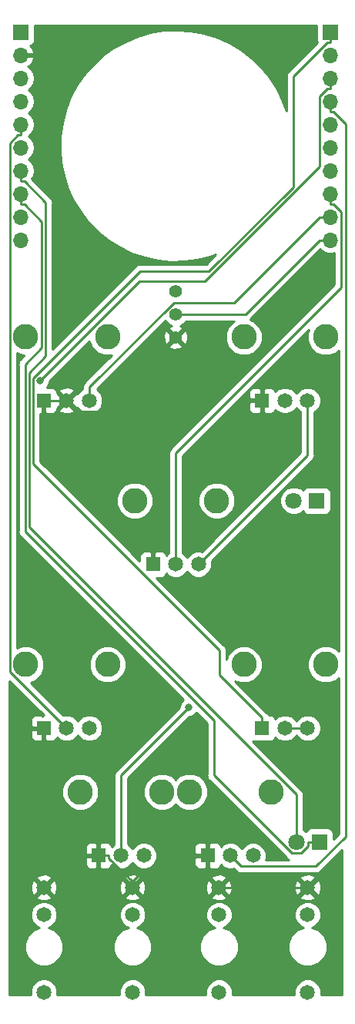
<source format=gbl>
G04 #@! TF.GenerationSoftware,KiCad,Pcbnew,(5.0.2)-1*
G04 #@! TF.CreationDate,2019-04-03T22:17:55+02:00*
G04 #@! TF.ProjectId,Corona_controlBoard,436f726f-6e61-45f6-936f-6e74726f6c42,1*
G04 #@! TF.SameCoordinates,Original*
G04 #@! TF.FileFunction,Copper,L2,Bot*
G04 #@! TF.FilePolarity,Positive*
%FSLAX46Y46*%
G04 Gerber Fmt 4.6, Leading zero omitted, Abs format (unit mm)*
G04 Created by KiCad (PCBNEW (5.0.2)-1) date 3-4-2019 22:17:55*
%MOMM*%
%LPD*%
G01*
G04 APERTURE LIST*
G04 #@! TA.AperFunction,ComponentPad*
%ADD10C,1.648460*%
G04 #@! TD*
G04 #@! TA.AperFunction,ComponentPad*
%ADD11R,1.648460X1.648460*%
G04 #@! TD*
G04 #@! TA.AperFunction,ComponentPad*
%ADD12C,2.794000*%
G04 #@! TD*
G04 #@! TA.AperFunction,ComponentPad*
%ADD13C,1.422400*%
G04 #@! TD*
G04 #@! TA.AperFunction,ComponentPad*
%ADD14R,1.700000X1.700000*%
G04 #@! TD*
G04 #@! TA.AperFunction,ComponentPad*
%ADD15O,1.700000X1.700000*%
G04 #@! TD*
G04 #@! TA.AperFunction,ComponentPad*
%ADD16C,1.800000*%
G04 #@! TD*
G04 #@! TA.AperFunction,ComponentPad*
%ADD17R,1.800000X1.800000*%
G04 #@! TD*
G04 #@! TA.AperFunction,ViaPad*
%ADD18C,0.800000*%
G04 #@! TD*
G04 #@! TA.AperFunction,Conductor*
%ADD19C,0.250000*%
G04 #@! TD*
G04 #@! TA.AperFunction,Conductor*
%ADD20C,0.254000*%
G04 #@! TD*
G04 APERTURE END LIST*
D10*
G04 #@! TO.P,J_IN1,2*
G04 #@! TO.N,/gnd.cb*
X4500000Y-95500140D03*
G04 #@! TO.P,J_IN1,3*
G04 #@! TO.N,N/C*
X4500000Y-98502420D03*
G04 #@! TO.P,J_IN1,1*
G04 #@! TO.N,Net-(J_IN1-Pad1)*
X4500000Y-106998720D03*
G04 #@! TD*
G04 #@! TO.P,J_OUT1,1*
G04 #@! TO.N,Net-(J_OUT1-Pad1)*
X33500000Y-106998720D03*
G04 #@! TO.P,J_OUT1,3*
G04 #@! TO.N,N/C*
X33500000Y-98502420D03*
G04 #@! TO.P,J_OUT1,2*
G04 #@! TO.N,/gnd.cb*
X33500000Y-95500140D03*
G04 #@! TD*
D11*
G04 #@! TO.P,RV_FB1,1*
G04 #@! TO.N,/gnd.cb*
X28500640Y-41997700D03*
D10*
G04 #@! TO.P,RV_FB1,2*
G04 #@! TO.N,/fb.level.cb*
X31000000Y-41997700D03*
G04 #@! TO.P,RV_FB1,3*
G04 #@! TO.N,/+12V.cb*
X33499360Y-41997700D03*
D12*
G04 #@! TO.P,RV_FB1,CHASSIS1*
G04 #@! TO.N,N/C*
X26501660Y-35000000D03*
G04 #@! TO.P,RV_FB1,CHASSIS2*
X35498340Y-35000000D03*
G04 #@! TD*
D13*
G04 #@! TO.P,SW1,1*
G04 #@! TO.N,/gnd.cb*
X19000000Y-35040000D03*
G04 #@! TO.P,SW1,3*
G04 #@! TO.N,/-12V.cb*
X19000000Y-29960000D03*
G04 #@! TO.P,SW1,2*
G04 #@! TO.N,/tube.gnd.cb*
X19000000Y-32500000D03*
G04 #@! TD*
D12*
G04 #@! TO.P,RV_GAIN1,CHASSIS2*
G04 #@! TO.N,N/C*
X35498340Y-71000000D03*
G04 #@! TO.P,RV_GAIN1,CHASSIS1*
X26501660Y-71000000D03*
D10*
G04 #@! TO.P,RV_GAIN1,3*
G04 #@! TO.N,/R.gain.3.cb*
X33499360Y-77997700D03*
G04 #@! TO.P,RV_GAIN1,2*
X31000000Y-77997700D03*
D11*
G04 #@! TO.P,RV_GAIN1,1*
G04 #@! TO.N,/R.gain.1.cb*
X28500640Y-77997700D03*
G04 #@! TD*
D10*
G04 #@! TO.P,J_IN_DRV1,1*
G04 #@! TO.N,Net-(J_IN_DRV1-Pad1)*
X14250000Y-106998720D03*
G04 #@! TO.P,J_IN_DRV1,3*
G04 #@! TO.N,N/C*
X14250000Y-98502420D03*
G04 #@! TO.P,J_IN_DRV1,2*
G04 #@! TO.N,/gnd.cb*
X14250000Y-95500140D03*
G04 #@! TD*
G04 #@! TO.P,J_IN_FB1,2*
G04 #@! TO.N,/gnd.cb*
X23750000Y-95500140D03*
G04 #@! TO.P,J_IN_FB1,3*
G04 #@! TO.N,N/C*
X23750000Y-98502420D03*
G04 #@! TO.P,J_IN_FB1,1*
G04 #@! TO.N,Net-(J_IN_FB1-Pad1)*
X23750000Y-106998720D03*
G04 #@! TD*
D11*
G04 #@! TO.P,RV_DRV1,1*
G04 #@! TO.N,/gnd.cb*
X16500640Y-59997700D03*
D10*
G04 #@! TO.P,RV_DRV1,2*
G04 #@! TO.N,/drv.level.cb*
X19000000Y-59997700D03*
G04 #@! TO.P,RV_DRV1,3*
G04 #@! TO.N,/+12V.cb*
X21499360Y-59997700D03*
D12*
G04 #@! TO.P,RV_DRV1,CHASSIS1*
G04 #@! TO.N,N/C*
X14501660Y-53000000D03*
G04 #@! TO.P,RV_DRV1,CHASSIS2*
X23498340Y-53000000D03*
G04 #@! TD*
G04 #@! TO.P,RV_DRV_CV1,CHASSIS2*
G04 #@! TO.N,N/C*
X17498340Y-85000000D03*
G04 #@! TO.P,RV_DRV_CV1,CHASSIS1*
X8501660Y-85000000D03*
D10*
G04 #@! TO.P,RV_DRV_CV1,3*
G04 #@! TO.N,Net-(J_IN_DRV1-Pad1)*
X15499360Y-91997700D03*
G04 #@! TO.P,RV_DRV_CV1,2*
G04 #@! TO.N,/drv.cv.level.cb*
X13000000Y-91997700D03*
D11*
G04 #@! TO.P,RV_DRV_CV1,1*
G04 #@! TO.N,/gnd.cb*
X10500640Y-91997700D03*
G04 #@! TD*
D12*
G04 #@! TO.P,RV_FB_CV1,CHASSIS2*
G04 #@! TO.N,N/C*
X29498340Y-85000000D03*
G04 #@! TO.P,RV_FB_CV1,CHASSIS1*
X20501660Y-85000000D03*
D10*
G04 #@! TO.P,RV_FB_CV1,3*
G04 #@! TO.N,Net-(J_IN_FB1-Pad1)*
X27499360Y-91997700D03*
G04 #@! TO.P,RV_FB_CV1,2*
G04 #@! TO.N,/fb.cv.level.cb*
X25000000Y-91997700D03*
D11*
G04 #@! TO.P,RV_FB_CV1,1*
G04 #@! TO.N,/gnd.cb*
X22500640Y-91997700D03*
G04 #@! TD*
D12*
G04 #@! TO.P,RV_IN1,CHASSIS2*
G04 #@! TO.N,N/C*
X11498340Y-71000000D03*
G04 #@! TO.P,RV_IN1,CHASSIS1*
X2501660Y-71000000D03*
D10*
G04 #@! TO.P,RV_IN1,3*
G04 #@! TO.N,Net-(R4-Pad1)*
X9499360Y-77997700D03*
G04 #@! TO.P,RV_IN1,2*
G04 #@! TO.N,/audio.in.cb*
X7000000Y-77997700D03*
D11*
G04 #@! TO.P,RV_IN1,1*
G04 #@! TO.N,/gnd.cb*
X4500640Y-77997700D03*
G04 #@! TD*
G04 #@! TO.P,RV_TONE1,1*
G04 #@! TO.N,/gnd.cb*
X4500640Y-41997700D03*
D10*
G04 #@! TO.P,RV_TONE1,2*
X7000000Y-41997700D03*
G04 #@! TO.P,RV_TONE1,3*
G04 #@! TO.N,/tone.level.cb*
X9499360Y-41997700D03*
D12*
G04 #@! TO.P,RV_TONE1,CHASSIS1*
G04 #@! TO.N,N/C*
X2501660Y-35000000D03*
G04 #@! TO.P,RV_TONE1,CHASSIS2*
X11498340Y-35000000D03*
G04 #@! TD*
D14*
G04 #@! TO.P,J1,1*
G04 #@! TO.N,/+12V.cb*
X2000000Y-1500000D03*
D15*
G04 #@! TO.P,J1,2*
G04 #@! TO.N,/gnd.cb*
X2000000Y-4040000D03*
G04 #@! TO.P,J1,3*
G04 #@! TO.N,/-12V.cb*
X2000000Y-6580000D03*
G04 #@! TO.P,J1,4*
G04 #@! TO.N,N/C*
X2000000Y-9120000D03*
G04 #@! TO.P,J1,5*
G04 #@! TO.N,/audio.in.cb*
X2000000Y-11660000D03*
G04 #@! TO.P,J1,6*
G04 #@! TO.N,/audio.out.cb*
X2000000Y-14200000D03*
G04 #@! TO.P,J1,7*
G04 #@! TO.N,/led.clip.in.cb*
X2000000Y-16740000D03*
G04 #@! TO.P,J1,8*
G04 #@! TO.N,/led.clip.out.cb*
X2000000Y-19280000D03*
G04 #@! TO.P,J1,9*
G04 #@! TO.N,/led.fb.in.cb*
X2000000Y-21820000D03*
G04 #@! TO.P,J1,10*
G04 #@! TO.N,/led.fb.out.cb*
X2000000Y-24360000D03*
G04 #@! TD*
D16*
G04 #@! TO.P,D3,2*
G04 #@! TO.N,/led.fb.in.cb*
X31960000Y-53000000D03*
D17*
G04 #@! TO.P,D3,1*
G04 #@! TO.N,/led.fb.out.cb*
X34500000Y-53000000D03*
G04 #@! TD*
G04 #@! TO.P,D7,1*
G04 #@! TO.N,/led.clip.out.cb*
X34790000Y-90500000D03*
D16*
G04 #@! TO.P,D7,2*
G04 #@! TO.N,/led.clip.in.cb*
X32250000Y-90500000D03*
G04 #@! TD*
D14*
G04 #@! TO.P,J2,1*
G04 #@! TO.N,/R.gain.1.cb*
X36000000Y-1500000D03*
D15*
G04 #@! TO.P,J2,2*
G04 #@! TO.N,/R.gain.3.cb*
X36000000Y-4040000D03*
G04 #@! TO.P,J2,3*
G04 #@! TO.N,/fb.cv.in.cb*
X36000000Y-6580000D03*
G04 #@! TO.P,J2,4*
G04 #@! TO.N,/fb.cv.level.cb*
X36000000Y-9120000D03*
G04 #@! TO.P,J2,5*
G04 #@! TO.N,/fb.level.cb*
X36000000Y-11660000D03*
G04 #@! TO.P,J2,6*
G04 #@! TO.N,/drv.cv.in.cb*
X36000000Y-14200000D03*
G04 #@! TO.P,J2,7*
G04 #@! TO.N,/drv.cv.level.cb*
X36000000Y-16740000D03*
G04 #@! TO.P,J2,8*
G04 #@! TO.N,/drv.level.cb*
X36000000Y-19280000D03*
G04 #@! TO.P,J2,9*
G04 #@! TO.N,/tone.level.cb*
X36000000Y-21820000D03*
G04 #@! TO.P,J2,10*
G04 #@! TO.N,/tube.gnd.cb*
X36000000Y-24360000D03*
G04 #@! TD*
D18*
G04 #@! TO.N,/fb.cv.in.cb*
X4078100Y-39821400D03*
G04 #@! TO.N,/drv.cv.level.cb*
X20456000Y-75707400D03*
G04 #@! TD*
D19*
G04 #@! TO.N,/led.clip.out.cb*
X2000000Y-20455300D02*
X2367300Y-20455300D01*
X2367300Y-20455300D02*
X4243800Y-22331800D01*
X4243800Y-22331800D02*
X4243800Y-36207600D01*
X4243800Y-36207600D02*
X2433900Y-38017500D01*
X2433900Y-38017500D02*
X2433900Y-56390100D01*
X2433900Y-56390100D02*
X23179100Y-77135300D01*
X23179100Y-77135300D02*
X23179100Y-83171400D01*
X23179100Y-83171400D02*
X31746800Y-91739100D01*
X31746800Y-91739100D02*
X32785100Y-91739100D01*
X32785100Y-91739100D02*
X33564700Y-90959500D01*
X33564700Y-90959500D02*
X33564700Y-90500000D01*
X2000000Y-19280000D02*
X2000000Y-20455300D01*
X34790000Y-90500000D02*
X33564700Y-90500000D01*
G04 #@! TO.N,/led.clip.in.cb*
X2000000Y-16740000D02*
X2000000Y-17915300D01*
X32250000Y-90500000D02*
X32250000Y-85271200D01*
X32250000Y-85271200D02*
X2884300Y-55905500D01*
X2884300Y-55905500D02*
X2884300Y-38932000D01*
X2884300Y-38932000D02*
X4709300Y-37107000D01*
X4709300Y-37107000D02*
X4709300Y-20257300D01*
X4709300Y-20257300D02*
X2367300Y-17915300D01*
X2367300Y-17915300D02*
X2000000Y-17915300D01*
G04 #@! TO.N,/+12V.cb*
X33499400Y-41997700D02*
X33499400Y-47997700D01*
X33499400Y-47997700D02*
X21499400Y-59997700D01*
G04 #@! TO.N,/gnd.cb*
X16500600Y-59997700D02*
X16500600Y-58848200D01*
X10862000Y-43178000D02*
X8180300Y-43178000D01*
X8180300Y-43178000D02*
X7000000Y-41997700D01*
X19000000Y-35040000D02*
X10862000Y-43178000D01*
X16500600Y-58848200D02*
X10862000Y-53209600D01*
X10862000Y-53209600D02*
X10862000Y-43178000D01*
X7000000Y-41997700D02*
X5650100Y-41997700D01*
X4500600Y-41997700D02*
X5650100Y-41997700D01*
X23750000Y-95500100D02*
X33500000Y-95500100D01*
X22500600Y-94250700D02*
X23750000Y-95500100D01*
X14250000Y-94875400D02*
X11650100Y-92275500D01*
X11650100Y-92275500D02*
X11650100Y-91997700D01*
X22500600Y-94250700D02*
X14874700Y-94250700D01*
X14874700Y-94250700D02*
X14250000Y-94875400D01*
X14250000Y-94875400D02*
X14250000Y-95500100D01*
X10500600Y-91997700D02*
X11650100Y-91997700D01*
X22500600Y-91997700D02*
X22500600Y-94250700D01*
G04 #@! TO.N,/audio.in.cb*
X2000000Y-11660000D02*
X2000000Y-12835300D01*
X2000000Y-12835300D02*
X1632700Y-12835300D01*
X1632700Y-12835300D02*
X778700Y-13689300D01*
X778700Y-13689300D02*
X778700Y-71776400D01*
X778700Y-71776400D02*
X7000000Y-77997700D01*
G04 #@! TO.N,/R.gain.1.cb*
X36000000Y-2675300D02*
X35632700Y-2675300D01*
X35632700Y-2675300D02*
X31906800Y-6401200D01*
X31906800Y-6401200D02*
X31906800Y-18520100D01*
X31906800Y-18520100D02*
X22653900Y-27773000D01*
X22653900Y-27773000D02*
X15100800Y-27773000D01*
X15100800Y-27773000D02*
X3351000Y-39522800D01*
X3351000Y-39522800D02*
X3351000Y-48982900D01*
X3351000Y-48982900D02*
X23777400Y-69409300D01*
X23777400Y-69409300D02*
X23777400Y-72125000D01*
X23777400Y-72125000D02*
X28500600Y-76848200D01*
X28500600Y-77997700D02*
X28500600Y-76848200D01*
X36000000Y-1500000D02*
X36000000Y-2675300D01*
G04 #@! TO.N,/R.gain.3.cb*
X33499400Y-77997700D02*
X31000000Y-77997700D01*
G04 #@! TO.N,/fb.cv.in.cb*
X36000000Y-7755300D02*
X35632600Y-7755300D01*
X35632600Y-7755300D02*
X34824700Y-8563200D01*
X34824700Y-8563200D02*
X34824700Y-16274700D01*
X34824700Y-16274700D02*
X22225000Y-28874400D01*
X22225000Y-28874400D02*
X15025100Y-28874400D01*
X15025100Y-28874400D02*
X4078100Y-39821400D01*
X36000000Y-6580000D02*
X36000000Y-7755300D01*
G04 #@! TO.N,/fb.cv.level.cb*
X36000000Y-9120000D02*
X36000000Y-10295300D01*
X36000000Y-10295300D02*
X36367300Y-10295300D01*
X36367300Y-10295300D02*
X37664600Y-11592600D01*
X37664600Y-11592600D02*
X37664600Y-89914800D01*
X37664600Y-89914800D02*
X34389800Y-93189600D01*
X34389800Y-93189600D02*
X26191900Y-93189600D01*
X26191900Y-93189600D02*
X25000000Y-91997700D01*
G04 #@! TO.N,/drv.cv.level.cb*
X20456000Y-75707400D02*
X13000000Y-83163400D01*
X13000000Y-83163400D02*
X13000000Y-91997700D01*
G04 #@! TO.N,/drv.level.cb*
X36000000Y-19280000D02*
X36000000Y-20455300D01*
X36000000Y-20455300D02*
X36367300Y-20455300D01*
X36367300Y-20455300D02*
X37214200Y-21302200D01*
X37214200Y-21302200D02*
X37214200Y-29555300D01*
X37214200Y-29555300D02*
X19000000Y-47769500D01*
X19000000Y-47769500D02*
X19000000Y-59997700D01*
G04 #@! TO.N,/tone.level.cb*
X36000000Y-21820000D02*
X34824700Y-21820000D01*
X34824700Y-21820000D02*
X25414700Y-31230000D01*
X25414700Y-31230000D02*
X18787900Y-31230000D01*
X18787900Y-31230000D02*
X9499400Y-40518500D01*
X9499400Y-40518500D02*
X9499400Y-41997700D01*
G04 #@! TO.N,/tube.gnd.cb*
X34824700Y-24360000D02*
X26684700Y-32500000D01*
X26684700Y-32500000D02*
X19000000Y-32500000D01*
X36000000Y-24360000D02*
X34824700Y-24360000D01*
G04 #@! TD*
D20*
G04 #@! TO.N,/gnd.cb*
G36*
X2097470Y-37032000D02*
X2344599Y-37032000D01*
X1949430Y-37427169D01*
X1885971Y-37469571D01*
X1717996Y-37720964D01*
X1673900Y-37942649D01*
X1673900Y-37942653D01*
X1659012Y-38017500D01*
X1673900Y-38092347D01*
X1673901Y-56315248D01*
X1659012Y-56390100D01*
X1673901Y-56464952D01*
X1717997Y-56686637D01*
X1885972Y-56938029D01*
X1949428Y-56980429D01*
X19834344Y-74865345D01*
X19578569Y-75121120D01*
X19421000Y-75501526D01*
X19421000Y-75667597D01*
X12515530Y-82573069D01*
X12452071Y-82615471D01*
X12284096Y-82866864D01*
X12240000Y-83088549D01*
X12240000Y-83088553D01*
X12225112Y-83163400D01*
X12240000Y-83238247D01*
X12240001Y-90733043D01*
X12173413Y-90760625D01*
X11938491Y-90995547D01*
X11863197Y-90813771D01*
X11684568Y-90635143D01*
X11451179Y-90538470D01*
X10786390Y-90538470D01*
X10627640Y-90697220D01*
X10627640Y-91870700D01*
X10647640Y-91870700D01*
X10647640Y-92124700D01*
X10627640Y-92124700D01*
X10627640Y-93298180D01*
X10786390Y-93456930D01*
X11451179Y-93456930D01*
X11684568Y-93360257D01*
X11863197Y-93181629D01*
X11938491Y-92999853D01*
X12173413Y-93234775D01*
X12709741Y-93456930D01*
X13290259Y-93456930D01*
X13826587Y-93234775D01*
X14237075Y-92824287D01*
X14249680Y-92793856D01*
X14262285Y-92824287D01*
X14672773Y-93234775D01*
X15209101Y-93456930D01*
X15789619Y-93456930D01*
X16325947Y-93234775D01*
X16736435Y-92824287D01*
X16958590Y-92287959D01*
X16958590Y-92283450D01*
X21041410Y-92283450D01*
X21041410Y-92948240D01*
X21138083Y-93181629D01*
X21316712Y-93360257D01*
X21550101Y-93456930D01*
X22214890Y-93456930D01*
X22373640Y-93298180D01*
X22373640Y-92124700D01*
X21200160Y-92124700D01*
X21041410Y-92283450D01*
X16958590Y-92283450D01*
X16958590Y-91707441D01*
X16736435Y-91171113D01*
X16612482Y-91047160D01*
X21041410Y-91047160D01*
X21041410Y-91711950D01*
X21200160Y-91870700D01*
X22373640Y-91870700D01*
X22373640Y-90697220D01*
X22214890Y-90538470D01*
X21550101Y-90538470D01*
X21316712Y-90635143D01*
X21138083Y-90813771D01*
X21041410Y-91047160D01*
X16612482Y-91047160D01*
X16325947Y-90760625D01*
X15789619Y-90538470D01*
X15209101Y-90538470D01*
X14672773Y-90760625D01*
X14262285Y-91171113D01*
X14249680Y-91201544D01*
X14237075Y-91171113D01*
X13826587Y-90760625D01*
X13760000Y-90733044D01*
X13760000Y-84595810D01*
X15466340Y-84595810D01*
X15466340Y-85404190D01*
X15775694Y-86151035D01*
X16347305Y-86722646D01*
X17094150Y-87032000D01*
X17902530Y-87032000D01*
X18649375Y-86722646D01*
X19000000Y-86372021D01*
X19350625Y-86722646D01*
X20097470Y-87032000D01*
X20905850Y-87032000D01*
X21652695Y-86722646D01*
X22224306Y-86151035D01*
X22533660Y-85404190D01*
X22533660Y-84595810D01*
X22224306Y-83848965D01*
X21652695Y-83277354D01*
X20905850Y-82968000D01*
X20097470Y-82968000D01*
X19350625Y-83277354D01*
X19000000Y-83627979D01*
X18649375Y-83277354D01*
X17902530Y-82968000D01*
X17094150Y-82968000D01*
X16347305Y-83277354D01*
X15775694Y-83848965D01*
X15466340Y-84595810D01*
X13760000Y-84595810D01*
X13760000Y-83478201D01*
X20495803Y-76742400D01*
X20661874Y-76742400D01*
X21042280Y-76584831D01*
X21298055Y-76329056D01*
X22419100Y-77450102D01*
X22419101Y-83096548D01*
X22404212Y-83171400D01*
X22419101Y-83246252D01*
X22463197Y-83467937D01*
X22631172Y-83719329D01*
X22694628Y-83761729D01*
X31156471Y-92223573D01*
X31198871Y-92287029D01*
X31412243Y-92429600D01*
X28899920Y-92429600D01*
X28958590Y-92287959D01*
X28958590Y-91707441D01*
X28736435Y-91171113D01*
X28325947Y-90760625D01*
X27789619Y-90538470D01*
X27209101Y-90538470D01*
X26672773Y-90760625D01*
X26262285Y-91171113D01*
X26249680Y-91201544D01*
X26237075Y-91171113D01*
X25826587Y-90760625D01*
X25290259Y-90538470D01*
X24709741Y-90538470D01*
X24173413Y-90760625D01*
X23938491Y-90995547D01*
X23863197Y-90813771D01*
X23684568Y-90635143D01*
X23451179Y-90538470D01*
X22786390Y-90538470D01*
X22627640Y-90697220D01*
X22627640Y-91870700D01*
X22647640Y-91870700D01*
X22647640Y-92124700D01*
X22627640Y-92124700D01*
X22627640Y-93298180D01*
X22786390Y-93456930D01*
X23451179Y-93456930D01*
X23684568Y-93360257D01*
X23863197Y-93181629D01*
X23938491Y-92999853D01*
X24173413Y-93234775D01*
X24709741Y-93456930D01*
X25290259Y-93456930D01*
X25356847Y-93429348D01*
X25601571Y-93674073D01*
X25643971Y-93737529D01*
X25895363Y-93905504D01*
X26117048Y-93949600D01*
X26117052Y-93949600D01*
X26191899Y-93964488D01*
X26266746Y-93949600D01*
X34314953Y-93949600D01*
X34389800Y-93964488D01*
X34464647Y-93949600D01*
X34464652Y-93949600D01*
X34686337Y-93905504D01*
X34937729Y-93737529D01*
X34980131Y-93674070D01*
X37265001Y-91389201D01*
X37265001Y-107265000D01*
X34959230Y-107265000D01*
X34959230Y-106708461D01*
X34737075Y-106172133D01*
X34326587Y-105761645D01*
X33790259Y-105539490D01*
X33209741Y-105539490D01*
X32673413Y-105761645D01*
X32262925Y-106172133D01*
X32040770Y-106708461D01*
X32040770Y-107265000D01*
X25209230Y-107265000D01*
X25209230Y-106708461D01*
X24987075Y-106172133D01*
X24576587Y-105761645D01*
X24040259Y-105539490D01*
X23459741Y-105539490D01*
X22923413Y-105761645D01*
X22512925Y-106172133D01*
X22290770Y-106708461D01*
X22290770Y-107265000D01*
X15709230Y-107265000D01*
X15709230Y-106708461D01*
X15487075Y-106172133D01*
X15076587Y-105761645D01*
X14540259Y-105539490D01*
X13959741Y-105539490D01*
X13423413Y-105761645D01*
X13012925Y-106172133D01*
X12790770Y-106708461D01*
X12790770Y-107265000D01*
X5959230Y-107265000D01*
X5959230Y-106708461D01*
X5737075Y-106172133D01*
X5326587Y-105761645D01*
X4790259Y-105539490D01*
X4209741Y-105539490D01*
X3673413Y-105761645D01*
X3262925Y-106172133D01*
X3040770Y-106708461D01*
X3040770Y-107265000D01*
X735000Y-107265000D01*
X735000Y-101575322D01*
X2365000Y-101575322D01*
X2365000Y-102424678D01*
X2690034Y-103209380D01*
X3290620Y-103809966D01*
X4075322Y-104135000D01*
X4924678Y-104135000D01*
X5709380Y-103809966D01*
X6309966Y-103209380D01*
X6635000Y-102424678D01*
X6635000Y-101575322D01*
X12115000Y-101575322D01*
X12115000Y-102424678D01*
X12440034Y-103209380D01*
X13040620Y-103809966D01*
X13825322Y-104135000D01*
X14674678Y-104135000D01*
X15459380Y-103809966D01*
X16059966Y-103209380D01*
X16385000Y-102424678D01*
X16385000Y-101575322D01*
X21615000Y-101575322D01*
X21615000Y-102424678D01*
X21940034Y-103209380D01*
X22540620Y-103809966D01*
X23325322Y-104135000D01*
X24174678Y-104135000D01*
X24959380Y-103809966D01*
X25559966Y-103209380D01*
X25885000Y-102424678D01*
X25885000Y-101575322D01*
X31365000Y-101575322D01*
X31365000Y-102424678D01*
X31690034Y-103209380D01*
X32290620Y-103809966D01*
X33075322Y-104135000D01*
X33924678Y-104135000D01*
X34709380Y-103809966D01*
X35309966Y-103209380D01*
X35635000Y-102424678D01*
X35635000Y-101575322D01*
X35309966Y-100790620D01*
X34709380Y-100190034D01*
X33974135Y-99885486D01*
X34326587Y-99739495D01*
X34737075Y-99329007D01*
X34959230Y-98792679D01*
X34959230Y-98212161D01*
X34737075Y-97675833D01*
X34326587Y-97265345D01*
X33790259Y-97043190D01*
X33209741Y-97043190D01*
X32673413Y-97265345D01*
X32262925Y-97675833D01*
X32040770Y-98212161D01*
X32040770Y-98792679D01*
X32262925Y-99329007D01*
X32673413Y-99739495D01*
X33025865Y-99885486D01*
X32290620Y-100190034D01*
X31690034Y-100790620D01*
X31365000Y-101575322D01*
X25885000Y-101575322D01*
X25559966Y-100790620D01*
X24959380Y-100190034D01*
X24224135Y-99885486D01*
X24576587Y-99739495D01*
X24987075Y-99329007D01*
X25209230Y-98792679D01*
X25209230Y-98212161D01*
X24987075Y-97675833D01*
X24576587Y-97265345D01*
X24040259Y-97043190D01*
X23459741Y-97043190D01*
X22923413Y-97265345D01*
X22512925Y-97675833D01*
X22290770Y-98212161D01*
X22290770Y-98792679D01*
X22512925Y-99329007D01*
X22923413Y-99739495D01*
X23275865Y-99885486D01*
X22540620Y-100190034D01*
X21940034Y-100790620D01*
X21615000Y-101575322D01*
X16385000Y-101575322D01*
X16059966Y-100790620D01*
X15459380Y-100190034D01*
X14724135Y-99885486D01*
X15076587Y-99739495D01*
X15487075Y-99329007D01*
X15709230Y-98792679D01*
X15709230Y-98212161D01*
X15487075Y-97675833D01*
X15076587Y-97265345D01*
X14540259Y-97043190D01*
X13959741Y-97043190D01*
X13423413Y-97265345D01*
X13012925Y-97675833D01*
X12790770Y-98212161D01*
X12790770Y-98792679D01*
X13012925Y-99329007D01*
X13423413Y-99739495D01*
X13775865Y-99885486D01*
X13040620Y-100190034D01*
X12440034Y-100790620D01*
X12115000Y-101575322D01*
X6635000Y-101575322D01*
X6309966Y-100790620D01*
X5709380Y-100190034D01*
X4974135Y-99885486D01*
X5326587Y-99739495D01*
X5737075Y-99329007D01*
X5959230Y-98792679D01*
X5959230Y-98212161D01*
X5737075Y-97675833D01*
X5326587Y-97265345D01*
X4790259Y-97043190D01*
X4209741Y-97043190D01*
X3673413Y-97265345D01*
X3262925Y-97675833D01*
X3040770Y-98212161D01*
X3040770Y-98792679D01*
X3262925Y-99329007D01*
X3673413Y-99739495D01*
X4025865Y-99885486D01*
X3290620Y-100190034D01*
X2690034Y-100790620D01*
X2365000Y-101575322D01*
X735000Y-101575322D01*
X735000Y-96525435D01*
X3654310Y-96525435D01*
X3731419Y-96774066D01*
X4277435Y-96971217D01*
X4857334Y-96944410D01*
X5268581Y-96774066D01*
X5345690Y-96525435D01*
X13404310Y-96525435D01*
X13481419Y-96774066D01*
X14027435Y-96971217D01*
X14607334Y-96944410D01*
X15018581Y-96774066D01*
X15095690Y-96525435D01*
X22904310Y-96525435D01*
X22981419Y-96774066D01*
X23527435Y-96971217D01*
X24107334Y-96944410D01*
X24518581Y-96774066D01*
X24595690Y-96525435D01*
X32654310Y-96525435D01*
X32731419Y-96774066D01*
X33277435Y-96971217D01*
X33857334Y-96944410D01*
X34268581Y-96774066D01*
X34345690Y-96525435D01*
X33500000Y-95679745D01*
X32654310Y-96525435D01*
X24595690Y-96525435D01*
X23750000Y-95679745D01*
X22904310Y-96525435D01*
X15095690Y-96525435D01*
X14250000Y-95679745D01*
X13404310Y-96525435D01*
X5345690Y-96525435D01*
X4500000Y-95679745D01*
X3654310Y-96525435D01*
X735000Y-96525435D01*
X735000Y-95277575D01*
X3028923Y-95277575D01*
X3055730Y-95857474D01*
X3226074Y-96268721D01*
X3474705Y-96345830D01*
X4320395Y-95500140D01*
X4679605Y-95500140D01*
X5525295Y-96345830D01*
X5773926Y-96268721D01*
X5971077Y-95722705D01*
X5950500Y-95277575D01*
X12778923Y-95277575D01*
X12805730Y-95857474D01*
X12976074Y-96268721D01*
X13224705Y-96345830D01*
X14070395Y-95500140D01*
X14429605Y-95500140D01*
X15275295Y-96345830D01*
X15523926Y-96268721D01*
X15721077Y-95722705D01*
X15700500Y-95277575D01*
X22278923Y-95277575D01*
X22305730Y-95857474D01*
X22476074Y-96268721D01*
X22724705Y-96345830D01*
X23570395Y-95500140D01*
X23929605Y-95500140D01*
X24775295Y-96345830D01*
X25023926Y-96268721D01*
X25221077Y-95722705D01*
X25200500Y-95277575D01*
X32028923Y-95277575D01*
X32055730Y-95857474D01*
X32226074Y-96268721D01*
X32474705Y-96345830D01*
X33320395Y-95500140D01*
X33679605Y-95500140D01*
X34525295Y-96345830D01*
X34773926Y-96268721D01*
X34971077Y-95722705D01*
X34944270Y-95142806D01*
X34773926Y-94731559D01*
X34525295Y-94654450D01*
X33679605Y-95500140D01*
X33320395Y-95500140D01*
X32474705Y-94654450D01*
X32226074Y-94731559D01*
X32028923Y-95277575D01*
X25200500Y-95277575D01*
X25194270Y-95142806D01*
X25023926Y-94731559D01*
X24775295Y-94654450D01*
X23929605Y-95500140D01*
X23570395Y-95500140D01*
X22724705Y-94654450D01*
X22476074Y-94731559D01*
X22278923Y-95277575D01*
X15700500Y-95277575D01*
X15694270Y-95142806D01*
X15523926Y-94731559D01*
X15275295Y-94654450D01*
X14429605Y-95500140D01*
X14070395Y-95500140D01*
X13224705Y-94654450D01*
X12976074Y-94731559D01*
X12778923Y-95277575D01*
X5950500Y-95277575D01*
X5944270Y-95142806D01*
X5773926Y-94731559D01*
X5525295Y-94654450D01*
X4679605Y-95500140D01*
X4320395Y-95500140D01*
X3474705Y-94654450D01*
X3226074Y-94731559D01*
X3028923Y-95277575D01*
X735000Y-95277575D01*
X735000Y-94474845D01*
X3654310Y-94474845D01*
X4500000Y-95320535D01*
X5345690Y-94474845D01*
X13404310Y-94474845D01*
X14250000Y-95320535D01*
X15095690Y-94474845D01*
X22904310Y-94474845D01*
X23750000Y-95320535D01*
X24595690Y-94474845D01*
X32654310Y-94474845D01*
X33500000Y-95320535D01*
X34345690Y-94474845D01*
X34268581Y-94226214D01*
X33722565Y-94029063D01*
X33142666Y-94055870D01*
X32731419Y-94226214D01*
X32654310Y-94474845D01*
X24595690Y-94474845D01*
X24518581Y-94226214D01*
X23972565Y-94029063D01*
X23392666Y-94055870D01*
X22981419Y-94226214D01*
X22904310Y-94474845D01*
X15095690Y-94474845D01*
X15018581Y-94226214D01*
X14472565Y-94029063D01*
X13892666Y-94055870D01*
X13481419Y-94226214D01*
X13404310Y-94474845D01*
X5345690Y-94474845D01*
X5268581Y-94226214D01*
X4722565Y-94029063D01*
X4142666Y-94055870D01*
X3731419Y-94226214D01*
X3654310Y-94474845D01*
X735000Y-94474845D01*
X735000Y-92283450D01*
X9041410Y-92283450D01*
X9041410Y-92948240D01*
X9138083Y-93181629D01*
X9316712Y-93360257D01*
X9550101Y-93456930D01*
X10214890Y-93456930D01*
X10373640Y-93298180D01*
X10373640Y-92124700D01*
X9200160Y-92124700D01*
X9041410Y-92283450D01*
X735000Y-92283450D01*
X735000Y-91047160D01*
X9041410Y-91047160D01*
X9041410Y-91711950D01*
X9200160Y-91870700D01*
X10373640Y-91870700D01*
X10373640Y-90697220D01*
X10214890Y-90538470D01*
X9550101Y-90538470D01*
X9316712Y-90635143D01*
X9138083Y-90813771D01*
X9041410Y-91047160D01*
X735000Y-91047160D01*
X735000Y-84595810D01*
X6469660Y-84595810D01*
X6469660Y-85404190D01*
X6779014Y-86151035D01*
X7350625Y-86722646D01*
X8097470Y-87032000D01*
X8905850Y-87032000D01*
X9652695Y-86722646D01*
X10224306Y-86151035D01*
X10533660Y-85404190D01*
X10533660Y-84595810D01*
X10224306Y-83848965D01*
X9652695Y-83277354D01*
X8905850Y-82968000D01*
X8097470Y-82968000D01*
X7350625Y-83277354D01*
X6779014Y-83848965D01*
X6469660Y-84595810D01*
X735000Y-84595810D01*
X735000Y-78283450D01*
X3041410Y-78283450D01*
X3041410Y-78948240D01*
X3138083Y-79181629D01*
X3316712Y-79360257D01*
X3550101Y-79456930D01*
X4214890Y-79456930D01*
X4373640Y-79298180D01*
X4373640Y-78124700D01*
X3200160Y-78124700D01*
X3041410Y-78283450D01*
X735000Y-78283450D01*
X735000Y-72807501D01*
X4465968Y-76538470D01*
X4373638Y-76538470D01*
X4373638Y-76697218D01*
X4214890Y-76538470D01*
X3550101Y-76538470D01*
X3316712Y-76635143D01*
X3138083Y-76813771D01*
X3041410Y-77047160D01*
X3041410Y-77711950D01*
X3200160Y-77870700D01*
X4373640Y-77870700D01*
X4373640Y-77850700D01*
X4627640Y-77850700D01*
X4627640Y-77870700D01*
X4647640Y-77870700D01*
X4647640Y-78124700D01*
X4627640Y-78124700D01*
X4627640Y-79298180D01*
X4786390Y-79456930D01*
X5451179Y-79456930D01*
X5684568Y-79360257D01*
X5863197Y-79181629D01*
X5938491Y-78999853D01*
X6173413Y-79234775D01*
X6709741Y-79456930D01*
X7290259Y-79456930D01*
X7826587Y-79234775D01*
X8237075Y-78824287D01*
X8249680Y-78793856D01*
X8262285Y-78824287D01*
X8672773Y-79234775D01*
X9209101Y-79456930D01*
X9789619Y-79456930D01*
X10325947Y-79234775D01*
X10736435Y-78824287D01*
X10958590Y-78287959D01*
X10958590Y-77707441D01*
X10736435Y-77171113D01*
X10325947Y-76760625D01*
X9789619Y-76538470D01*
X9209101Y-76538470D01*
X8672773Y-76760625D01*
X8262285Y-77171113D01*
X8249680Y-77201544D01*
X8237075Y-77171113D01*
X7826587Y-76760625D01*
X7290259Y-76538470D01*
X6709741Y-76538470D01*
X6643153Y-76566052D01*
X3049570Y-72972469D01*
X3652695Y-72722646D01*
X4224306Y-72151035D01*
X4533660Y-71404190D01*
X4533660Y-70595810D01*
X9466340Y-70595810D01*
X9466340Y-71404190D01*
X9775694Y-72151035D01*
X10347305Y-72722646D01*
X11094150Y-73032000D01*
X11902530Y-73032000D01*
X12649375Y-72722646D01*
X13220986Y-72151035D01*
X13530340Y-71404190D01*
X13530340Y-70595810D01*
X13220986Y-69848965D01*
X12649375Y-69277354D01*
X11902530Y-68968000D01*
X11094150Y-68968000D01*
X10347305Y-69277354D01*
X9775694Y-69848965D01*
X9466340Y-70595810D01*
X4533660Y-70595810D01*
X4224306Y-69848965D01*
X3652695Y-69277354D01*
X2905850Y-68968000D01*
X2097470Y-68968000D01*
X1538700Y-69199451D01*
X1538700Y-36800549D01*
X2097470Y-37032000D01*
X2097470Y-37032000D01*
G37*
X2097470Y-37032000D02*
X2344599Y-37032000D01*
X1949430Y-37427169D01*
X1885971Y-37469571D01*
X1717996Y-37720964D01*
X1673900Y-37942649D01*
X1673900Y-37942653D01*
X1659012Y-38017500D01*
X1673900Y-38092347D01*
X1673901Y-56315248D01*
X1659012Y-56390100D01*
X1673901Y-56464952D01*
X1717997Y-56686637D01*
X1885972Y-56938029D01*
X1949428Y-56980429D01*
X19834344Y-74865345D01*
X19578569Y-75121120D01*
X19421000Y-75501526D01*
X19421000Y-75667597D01*
X12515530Y-82573069D01*
X12452071Y-82615471D01*
X12284096Y-82866864D01*
X12240000Y-83088549D01*
X12240000Y-83088553D01*
X12225112Y-83163400D01*
X12240000Y-83238247D01*
X12240001Y-90733043D01*
X12173413Y-90760625D01*
X11938491Y-90995547D01*
X11863197Y-90813771D01*
X11684568Y-90635143D01*
X11451179Y-90538470D01*
X10786390Y-90538470D01*
X10627640Y-90697220D01*
X10627640Y-91870700D01*
X10647640Y-91870700D01*
X10647640Y-92124700D01*
X10627640Y-92124700D01*
X10627640Y-93298180D01*
X10786390Y-93456930D01*
X11451179Y-93456930D01*
X11684568Y-93360257D01*
X11863197Y-93181629D01*
X11938491Y-92999853D01*
X12173413Y-93234775D01*
X12709741Y-93456930D01*
X13290259Y-93456930D01*
X13826587Y-93234775D01*
X14237075Y-92824287D01*
X14249680Y-92793856D01*
X14262285Y-92824287D01*
X14672773Y-93234775D01*
X15209101Y-93456930D01*
X15789619Y-93456930D01*
X16325947Y-93234775D01*
X16736435Y-92824287D01*
X16958590Y-92287959D01*
X16958590Y-92283450D01*
X21041410Y-92283450D01*
X21041410Y-92948240D01*
X21138083Y-93181629D01*
X21316712Y-93360257D01*
X21550101Y-93456930D01*
X22214890Y-93456930D01*
X22373640Y-93298180D01*
X22373640Y-92124700D01*
X21200160Y-92124700D01*
X21041410Y-92283450D01*
X16958590Y-92283450D01*
X16958590Y-91707441D01*
X16736435Y-91171113D01*
X16612482Y-91047160D01*
X21041410Y-91047160D01*
X21041410Y-91711950D01*
X21200160Y-91870700D01*
X22373640Y-91870700D01*
X22373640Y-90697220D01*
X22214890Y-90538470D01*
X21550101Y-90538470D01*
X21316712Y-90635143D01*
X21138083Y-90813771D01*
X21041410Y-91047160D01*
X16612482Y-91047160D01*
X16325947Y-90760625D01*
X15789619Y-90538470D01*
X15209101Y-90538470D01*
X14672773Y-90760625D01*
X14262285Y-91171113D01*
X14249680Y-91201544D01*
X14237075Y-91171113D01*
X13826587Y-90760625D01*
X13760000Y-90733044D01*
X13760000Y-84595810D01*
X15466340Y-84595810D01*
X15466340Y-85404190D01*
X15775694Y-86151035D01*
X16347305Y-86722646D01*
X17094150Y-87032000D01*
X17902530Y-87032000D01*
X18649375Y-86722646D01*
X19000000Y-86372021D01*
X19350625Y-86722646D01*
X20097470Y-87032000D01*
X20905850Y-87032000D01*
X21652695Y-86722646D01*
X22224306Y-86151035D01*
X22533660Y-85404190D01*
X22533660Y-84595810D01*
X22224306Y-83848965D01*
X21652695Y-83277354D01*
X20905850Y-82968000D01*
X20097470Y-82968000D01*
X19350625Y-83277354D01*
X19000000Y-83627979D01*
X18649375Y-83277354D01*
X17902530Y-82968000D01*
X17094150Y-82968000D01*
X16347305Y-83277354D01*
X15775694Y-83848965D01*
X15466340Y-84595810D01*
X13760000Y-84595810D01*
X13760000Y-83478201D01*
X20495803Y-76742400D01*
X20661874Y-76742400D01*
X21042280Y-76584831D01*
X21298055Y-76329056D01*
X22419100Y-77450102D01*
X22419101Y-83096548D01*
X22404212Y-83171400D01*
X22419101Y-83246252D01*
X22463197Y-83467937D01*
X22631172Y-83719329D01*
X22694628Y-83761729D01*
X31156471Y-92223573D01*
X31198871Y-92287029D01*
X31412243Y-92429600D01*
X28899920Y-92429600D01*
X28958590Y-92287959D01*
X28958590Y-91707441D01*
X28736435Y-91171113D01*
X28325947Y-90760625D01*
X27789619Y-90538470D01*
X27209101Y-90538470D01*
X26672773Y-90760625D01*
X26262285Y-91171113D01*
X26249680Y-91201544D01*
X26237075Y-91171113D01*
X25826587Y-90760625D01*
X25290259Y-90538470D01*
X24709741Y-90538470D01*
X24173413Y-90760625D01*
X23938491Y-90995547D01*
X23863197Y-90813771D01*
X23684568Y-90635143D01*
X23451179Y-90538470D01*
X22786390Y-90538470D01*
X22627640Y-90697220D01*
X22627640Y-91870700D01*
X22647640Y-91870700D01*
X22647640Y-92124700D01*
X22627640Y-92124700D01*
X22627640Y-93298180D01*
X22786390Y-93456930D01*
X23451179Y-93456930D01*
X23684568Y-93360257D01*
X23863197Y-93181629D01*
X23938491Y-92999853D01*
X24173413Y-93234775D01*
X24709741Y-93456930D01*
X25290259Y-93456930D01*
X25356847Y-93429348D01*
X25601571Y-93674073D01*
X25643971Y-93737529D01*
X25895363Y-93905504D01*
X26117048Y-93949600D01*
X26117052Y-93949600D01*
X26191899Y-93964488D01*
X26266746Y-93949600D01*
X34314953Y-93949600D01*
X34389800Y-93964488D01*
X34464647Y-93949600D01*
X34464652Y-93949600D01*
X34686337Y-93905504D01*
X34937729Y-93737529D01*
X34980131Y-93674070D01*
X37265001Y-91389201D01*
X37265001Y-107265000D01*
X34959230Y-107265000D01*
X34959230Y-106708461D01*
X34737075Y-106172133D01*
X34326587Y-105761645D01*
X33790259Y-105539490D01*
X33209741Y-105539490D01*
X32673413Y-105761645D01*
X32262925Y-106172133D01*
X32040770Y-106708461D01*
X32040770Y-107265000D01*
X25209230Y-107265000D01*
X25209230Y-106708461D01*
X24987075Y-106172133D01*
X24576587Y-105761645D01*
X24040259Y-105539490D01*
X23459741Y-105539490D01*
X22923413Y-105761645D01*
X22512925Y-106172133D01*
X22290770Y-106708461D01*
X22290770Y-107265000D01*
X15709230Y-107265000D01*
X15709230Y-106708461D01*
X15487075Y-106172133D01*
X15076587Y-105761645D01*
X14540259Y-105539490D01*
X13959741Y-105539490D01*
X13423413Y-105761645D01*
X13012925Y-106172133D01*
X12790770Y-106708461D01*
X12790770Y-107265000D01*
X5959230Y-107265000D01*
X5959230Y-106708461D01*
X5737075Y-106172133D01*
X5326587Y-105761645D01*
X4790259Y-105539490D01*
X4209741Y-105539490D01*
X3673413Y-105761645D01*
X3262925Y-106172133D01*
X3040770Y-106708461D01*
X3040770Y-107265000D01*
X735000Y-107265000D01*
X735000Y-101575322D01*
X2365000Y-101575322D01*
X2365000Y-102424678D01*
X2690034Y-103209380D01*
X3290620Y-103809966D01*
X4075322Y-104135000D01*
X4924678Y-104135000D01*
X5709380Y-103809966D01*
X6309966Y-103209380D01*
X6635000Y-102424678D01*
X6635000Y-101575322D01*
X12115000Y-101575322D01*
X12115000Y-102424678D01*
X12440034Y-103209380D01*
X13040620Y-103809966D01*
X13825322Y-104135000D01*
X14674678Y-104135000D01*
X15459380Y-103809966D01*
X16059966Y-103209380D01*
X16385000Y-102424678D01*
X16385000Y-101575322D01*
X21615000Y-101575322D01*
X21615000Y-102424678D01*
X21940034Y-103209380D01*
X22540620Y-103809966D01*
X23325322Y-104135000D01*
X24174678Y-104135000D01*
X24959380Y-103809966D01*
X25559966Y-103209380D01*
X25885000Y-102424678D01*
X25885000Y-101575322D01*
X31365000Y-101575322D01*
X31365000Y-102424678D01*
X31690034Y-103209380D01*
X32290620Y-103809966D01*
X33075322Y-104135000D01*
X33924678Y-104135000D01*
X34709380Y-103809966D01*
X35309966Y-103209380D01*
X35635000Y-102424678D01*
X35635000Y-101575322D01*
X35309966Y-100790620D01*
X34709380Y-100190034D01*
X33974135Y-99885486D01*
X34326587Y-99739495D01*
X34737075Y-99329007D01*
X34959230Y-98792679D01*
X34959230Y-98212161D01*
X34737075Y-97675833D01*
X34326587Y-97265345D01*
X33790259Y-97043190D01*
X33209741Y-97043190D01*
X32673413Y-97265345D01*
X32262925Y-97675833D01*
X32040770Y-98212161D01*
X32040770Y-98792679D01*
X32262925Y-99329007D01*
X32673413Y-99739495D01*
X33025865Y-99885486D01*
X32290620Y-100190034D01*
X31690034Y-100790620D01*
X31365000Y-101575322D01*
X25885000Y-101575322D01*
X25559966Y-100790620D01*
X24959380Y-100190034D01*
X24224135Y-99885486D01*
X24576587Y-99739495D01*
X24987075Y-99329007D01*
X25209230Y-98792679D01*
X25209230Y-98212161D01*
X24987075Y-97675833D01*
X24576587Y-97265345D01*
X24040259Y-97043190D01*
X23459741Y-97043190D01*
X22923413Y-97265345D01*
X22512925Y-97675833D01*
X22290770Y-98212161D01*
X22290770Y-98792679D01*
X22512925Y-99329007D01*
X22923413Y-99739495D01*
X23275865Y-99885486D01*
X22540620Y-100190034D01*
X21940034Y-100790620D01*
X21615000Y-101575322D01*
X16385000Y-101575322D01*
X16059966Y-100790620D01*
X15459380Y-100190034D01*
X14724135Y-99885486D01*
X15076587Y-99739495D01*
X15487075Y-99329007D01*
X15709230Y-98792679D01*
X15709230Y-98212161D01*
X15487075Y-97675833D01*
X15076587Y-97265345D01*
X14540259Y-97043190D01*
X13959741Y-97043190D01*
X13423413Y-97265345D01*
X13012925Y-97675833D01*
X12790770Y-98212161D01*
X12790770Y-98792679D01*
X13012925Y-99329007D01*
X13423413Y-99739495D01*
X13775865Y-99885486D01*
X13040620Y-100190034D01*
X12440034Y-100790620D01*
X12115000Y-101575322D01*
X6635000Y-101575322D01*
X6309966Y-100790620D01*
X5709380Y-100190034D01*
X4974135Y-99885486D01*
X5326587Y-99739495D01*
X5737075Y-99329007D01*
X5959230Y-98792679D01*
X5959230Y-98212161D01*
X5737075Y-97675833D01*
X5326587Y-97265345D01*
X4790259Y-97043190D01*
X4209741Y-97043190D01*
X3673413Y-97265345D01*
X3262925Y-97675833D01*
X3040770Y-98212161D01*
X3040770Y-98792679D01*
X3262925Y-99329007D01*
X3673413Y-99739495D01*
X4025865Y-99885486D01*
X3290620Y-100190034D01*
X2690034Y-100790620D01*
X2365000Y-101575322D01*
X735000Y-101575322D01*
X735000Y-96525435D01*
X3654310Y-96525435D01*
X3731419Y-96774066D01*
X4277435Y-96971217D01*
X4857334Y-96944410D01*
X5268581Y-96774066D01*
X5345690Y-96525435D01*
X13404310Y-96525435D01*
X13481419Y-96774066D01*
X14027435Y-96971217D01*
X14607334Y-96944410D01*
X15018581Y-96774066D01*
X15095690Y-96525435D01*
X22904310Y-96525435D01*
X22981419Y-96774066D01*
X23527435Y-96971217D01*
X24107334Y-96944410D01*
X24518581Y-96774066D01*
X24595690Y-96525435D01*
X32654310Y-96525435D01*
X32731419Y-96774066D01*
X33277435Y-96971217D01*
X33857334Y-96944410D01*
X34268581Y-96774066D01*
X34345690Y-96525435D01*
X33500000Y-95679745D01*
X32654310Y-96525435D01*
X24595690Y-96525435D01*
X23750000Y-95679745D01*
X22904310Y-96525435D01*
X15095690Y-96525435D01*
X14250000Y-95679745D01*
X13404310Y-96525435D01*
X5345690Y-96525435D01*
X4500000Y-95679745D01*
X3654310Y-96525435D01*
X735000Y-96525435D01*
X735000Y-95277575D01*
X3028923Y-95277575D01*
X3055730Y-95857474D01*
X3226074Y-96268721D01*
X3474705Y-96345830D01*
X4320395Y-95500140D01*
X4679605Y-95500140D01*
X5525295Y-96345830D01*
X5773926Y-96268721D01*
X5971077Y-95722705D01*
X5950500Y-95277575D01*
X12778923Y-95277575D01*
X12805730Y-95857474D01*
X12976074Y-96268721D01*
X13224705Y-96345830D01*
X14070395Y-95500140D01*
X14429605Y-95500140D01*
X15275295Y-96345830D01*
X15523926Y-96268721D01*
X15721077Y-95722705D01*
X15700500Y-95277575D01*
X22278923Y-95277575D01*
X22305730Y-95857474D01*
X22476074Y-96268721D01*
X22724705Y-96345830D01*
X23570395Y-95500140D01*
X23929605Y-95500140D01*
X24775295Y-96345830D01*
X25023926Y-96268721D01*
X25221077Y-95722705D01*
X25200500Y-95277575D01*
X32028923Y-95277575D01*
X32055730Y-95857474D01*
X32226074Y-96268721D01*
X32474705Y-96345830D01*
X33320395Y-95500140D01*
X33679605Y-95500140D01*
X34525295Y-96345830D01*
X34773926Y-96268721D01*
X34971077Y-95722705D01*
X34944270Y-95142806D01*
X34773926Y-94731559D01*
X34525295Y-94654450D01*
X33679605Y-95500140D01*
X33320395Y-95500140D01*
X32474705Y-94654450D01*
X32226074Y-94731559D01*
X32028923Y-95277575D01*
X25200500Y-95277575D01*
X25194270Y-95142806D01*
X25023926Y-94731559D01*
X24775295Y-94654450D01*
X23929605Y-95500140D01*
X23570395Y-95500140D01*
X22724705Y-94654450D01*
X22476074Y-94731559D01*
X22278923Y-95277575D01*
X15700500Y-95277575D01*
X15694270Y-95142806D01*
X15523926Y-94731559D01*
X15275295Y-94654450D01*
X14429605Y-95500140D01*
X14070395Y-95500140D01*
X13224705Y-94654450D01*
X12976074Y-94731559D01*
X12778923Y-95277575D01*
X5950500Y-95277575D01*
X5944270Y-95142806D01*
X5773926Y-94731559D01*
X5525295Y-94654450D01*
X4679605Y-95500140D01*
X4320395Y-95500140D01*
X3474705Y-94654450D01*
X3226074Y-94731559D01*
X3028923Y-95277575D01*
X735000Y-95277575D01*
X735000Y-94474845D01*
X3654310Y-94474845D01*
X4500000Y-95320535D01*
X5345690Y-94474845D01*
X13404310Y-94474845D01*
X14250000Y-95320535D01*
X15095690Y-94474845D01*
X22904310Y-94474845D01*
X23750000Y-95320535D01*
X24595690Y-94474845D01*
X32654310Y-94474845D01*
X33500000Y-95320535D01*
X34345690Y-94474845D01*
X34268581Y-94226214D01*
X33722565Y-94029063D01*
X33142666Y-94055870D01*
X32731419Y-94226214D01*
X32654310Y-94474845D01*
X24595690Y-94474845D01*
X24518581Y-94226214D01*
X23972565Y-94029063D01*
X23392666Y-94055870D01*
X22981419Y-94226214D01*
X22904310Y-94474845D01*
X15095690Y-94474845D01*
X15018581Y-94226214D01*
X14472565Y-94029063D01*
X13892666Y-94055870D01*
X13481419Y-94226214D01*
X13404310Y-94474845D01*
X5345690Y-94474845D01*
X5268581Y-94226214D01*
X4722565Y-94029063D01*
X4142666Y-94055870D01*
X3731419Y-94226214D01*
X3654310Y-94474845D01*
X735000Y-94474845D01*
X735000Y-92283450D01*
X9041410Y-92283450D01*
X9041410Y-92948240D01*
X9138083Y-93181629D01*
X9316712Y-93360257D01*
X9550101Y-93456930D01*
X10214890Y-93456930D01*
X10373640Y-93298180D01*
X10373640Y-92124700D01*
X9200160Y-92124700D01*
X9041410Y-92283450D01*
X735000Y-92283450D01*
X735000Y-91047160D01*
X9041410Y-91047160D01*
X9041410Y-91711950D01*
X9200160Y-91870700D01*
X10373640Y-91870700D01*
X10373640Y-90697220D01*
X10214890Y-90538470D01*
X9550101Y-90538470D01*
X9316712Y-90635143D01*
X9138083Y-90813771D01*
X9041410Y-91047160D01*
X735000Y-91047160D01*
X735000Y-84595810D01*
X6469660Y-84595810D01*
X6469660Y-85404190D01*
X6779014Y-86151035D01*
X7350625Y-86722646D01*
X8097470Y-87032000D01*
X8905850Y-87032000D01*
X9652695Y-86722646D01*
X10224306Y-86151035D01*
X10533660Y-85404190D01*
X10533660Y-84595810D01*
X10224306Y-83848965D01*
X9652695Y-83277354D01*
X8905850Y-82968000D01*
X8097470Y-82968000D01*
X7350625Y-83277354D01*
X6779014Y-83848965D01*
X6469660Y-84595810D01*
X735000Y-84595810D01*
X735000Y-78283450D01*
X3041410Y-78283450D01*
X3041410Y-78948240D01*
X3138083Y-79181629D01*
X3316712Y-79360257D01*
X3550101Y-79456930D01*
X4214890Y-79456930D01*
X4373640Y-79298180D01*
X4373640Y-78124700D01*
X3200160Y-78124700D01*
X3041410Y-78283450D01*
X735000Y-78283450D01*
X735000Y-72807501D01*
X4465968Y-76538470D01*
X4373638Y-76538470D01*
X4373638Y-76697218D01*
X4214890Y-76538470D01*
X3550101Y-76538470D01*
X3316712Y-76635143D01*
X3138083Y-76813771D01*
X3041410Y-77047160D01*
X3041410Y-77711950D01*
X3200160Y-77870700D01*
X4373640Y-77870700D01*
X4373640Y-77850700D01*
X4627640Y-77850700D01*
X4627640Y-77870700D01*
X4647640Y-77870700D01*
X4647640Y-78124700D01*
X4627640Y-78124700D01*
X4627640Y-79298180D01*
X4786390Y-79456930D01*
X5451179Y-79456930D01*
X5684568Y-79360257D01*
X5863197Y-79181629D01*
X5938491Y-78999853D01*
X6173413Y-79234775D01*
X6709741Y-79456930D01*
X7290259Y-79456930D01*
X7826587Y-79234775D01*
X8237075Y-78824287D01*
X8249680Y-78793856D01*
X8262285Y-78824287D01*
X8672773Y-79234775D01*
X9209101Y-79456930D01*
X9789619Y-79456930D01*
X10325947Y-79234775D01*
X10736435Y-78824287D01*
X10958590Y-78287959D01*
X10958590Y-77707441D01*
X10736435Y-77171113D01*
X10325947Y-76760625D01*
X9789619Y-76538470D01*
X9209101Y-76538470D01*
X8672773Y-76760625D01*
X8262285Y-77171113D01*
X8249680Y-77201544D01*
X8237075Y-77171113D01*
X7826587Y-76760625D01*
X7290259Y-76538470D01*
X6709741Y-76538470D01*
X6643153Y-76566052D01*
X3049570Y-72972469D01*
X3652695Y-72722646D01*
X4224306Y-72151035D01*
X4533660Y-71404190D01*
X4533660Y-70595810D01*
X9466340Y-70595810D01*
X9466340Y-71404190D01*
X9775694Y-72151035D01*
X10347305Y-72722646D01*
X11094150Y-73032000D01*
X11902530Y-73032000D01*
X12649375Y-72722646D01*
X13220986Y-72151035D01*
X13530340Y-71404190D01*
X13530340Y-70595810D01*
X13220986Y-69848965D01*
X12649375Y-69277354D01*
X11902530Y-68968000D01*
X11094150Y-68968000D01*
X10347305Y-69277354D01*
X9775694Y-69848965D01*
X9466340Y-70595810D01*
X4533660Y-70595810D01*
X4224306Y-69848965D01*
X3652695Y-69277354D01*
X2905850Y-68968000D01*
X2097470Y-68968000D01*
X1538700Y-69199451D01*
X1538700Y-36800549D01*
X2097470Y-37032000D01*
G36*
X33466340Y-34595810D02*
X33466340Y-35404190D01*
X33775694Y-36151035D01*
X34347305Y-36722646D01*
X35094150Y-37032000D01*
X35902530Y-37032000D01*
X36649375Y-36722646D01*
X36904600Y-36467421D01*
X36904601Y-69532580D01*
X36649375Y-69277354D01*
X35902530Y-68968000D01*
X35094150Y-68968000D01*
X34347305Y-69277354D01*
X33775694Y-69848965D01*
X33466340Y-70595810D01*
X33466340Y-71404190D01*
X33775694Y-72151035D01*
X34347305Y-72722646D01*
X35094150Y-73032000D01*
X35902530Y-73032000D01*
X36649375Y-72722646D01*
X36904601Y-72467420D01*
X36904601Y-89599997D01*
X36337440Y-90167158D01*
X36337440Y-89600000D01*
X36288157Y-89352235D01*
X36147809Y-89142191D01*
X35937765Y-89001843D01*
X35690000Y-88952560D01*
X33890000Y-88952560D01*
X33642235Y-89001843D01*
X33432191Y-89142191D01*
X33291843Y-89352235D01*
X33288725Y-89367908D01*
X33119507Y-89198690D01*
X33010000Y-89153331D01*
X33010000Y-85346046D01*
X33024888Y-85271199D01*
X33010000Y-85196352D01*
X33010000Y-85196348D01*
X32965904Y-84974663D01*
X32797929Y-84723271D01*
X32734473Y-84680871D01*
X27484873Y-79431271D01*
X27676410Y-79469370D01*
X29324870Y-79469370D01*
X29572635Y-79420087D01*
X29782679Y-79279739D01*
X29923027Y-79069695D01*
X29937180Y-78998542D01*
X30173413Y-79234775D01*
X30709741Y-79456930D01*
X31290259Y-79456930D01*
X31826587Y-79234775D01*
X32237075Y-78824287D01*
X32249680Y-78793856D01*
X32262285Y-78824287D01*
X32672773Y-79234775D01*
X33209101Y-79456930D01*
X33789619Y-79456930D01*
X34325947Y-79234775D01*
X34736435Y-78824287D01*
X34958590Y-78287959D01*
X34958590Y-77707441D01*
X34736435Y-77171113D01*
X34325947Y-76760625D01*
X33789619Y-76538470D01*
X33209101Y-76538470D01*
X32672773Y-76760625D01*
X32262285Y-77171113D01*
X32249680Y-77201544D01*
X32237075Y-77171113D01*
X31826587Y-76760625D01*
X31290259Y-76538470D01*
X30709741Y-76538470D01*
X30173413Y-76760625D01*
X29937180Y-76996858D01*
X29923027Y-76925705D01*
X29782679Y-76715661D01*
X29572635Y-76575313D01*
X29324870Y-76526030D01*
X29199377Y-76526030D01*
X29128126Y-76419396D01*
X29090929Y-76363726D01*
X29090927Y-76363724D01*
X29048529Y-76300271D01*
X28985076Y-76257873D01*
X25520009Y-72792807D01*
X26097470Y-73032000D01*
X26905850Y-73032000D01*
X27652695Y-72722646D01*
X28224306Y-72151035D01*
X28533660Y-71404190D01*
X28533660Y-70595810D01*
X28224306Y-69848965D01*
X27652695Y-69277354D01*
X26905850Y-68968000D01*
X26097470Y-68968000D01*
X25350625Y-69277354D01*
X24779014Y-69848965D01*
X24537400Y-70432272D01*
X24537400Y-69484147D01*
X24552288Y-69409300D01*
X24537400Y-69334453D01*
X24537400Y-69334448D01*
X24493304Y-69112763D01*
X24325329Y-68861371D01*
X24261873Y-68818971D01*
X16899832Y-61456930D01*
X17451179Y-61456930D01*
X17684568Y-61360257D01*
X17863197Y-61181629D01*
X17938491Y-60999853D01*
X18173413Y-61234775D01*
X18709741Y-61456930D01*
X19290259Y-61456930D01*
X19826587Y-61234775D01*
X20237075Y-60824287D01*
X20249680Y-60793856D01*
X20262285Y-60824287D01*
X20672773Y-61234775D01*
X21209101Y-61456930D01*
X21789619Y-61456930D01*
X22325947Y-61234775D01*
X22736435Y-60824287D01*
X22958590Y-60287959D01*
X22958590Y-59707441D01*
X22931020Y-59640881D01*
X29877231Y-52694670D01*
X30425000Y-52694670D01*
X30425000Y-53305330D01*
X30658690Y-53869507D01*
X31090493Y-54301310D01*
X31654670Y-54535000D01*
X32265330Y-54535000D01*
X32829507Y-54301310D01*
X32998725Y-54132092D01*
X33001843Y-54147765D01*
X33142191Y-54357809D01*
X33352235Y-54498157D01*
X33600000Y-54547440D01*
X35400000Y-54547440D01*
X35647765Y-54498157D01*
X35857809Y-54357809D01*
X35998157Y-54147765D01*
X36047440Y-53900000D01*
X36047440Y-52100000D01*
X35998157Y-51852235D01*
X35857809Y-51642191D01*
X35647765Y-51501843D01*
X35400000Y-51452560D01*
X33600000Y-51452560D01*
X33352235Y-51501843D01*
X33142191Y-51642191D01*
X33001843Y-51852235D01*
X32998725Y-51867908D01*
X32829507Y-51698690D01*
X32265330Y-51465000D01*
X31654670Y-51465000D01*
X31090493Y-51698690D01*
X30658690Y-52130493D01*
X30425000Y-52694670D01*
X29877231Y-52694670D01*
X33983873Y-48588029D01*
X34047329Y-48545629D01*
X34090324Y-48481282D01*
X34215304Y-48294238D01*
X34232455Y-48208012D01*
X34259400Y-48072552D01*
X34259400Y-48072548D01*
X34274288Y-47997700D01*
X34259400Y-47922852D01*
X34259400Y-43262340D01*
X34325947Y-43234775D01*
X34736435Y-42824287D01*
X34958590Y-42287959D01*
X34958590Y-41707441D01*
X34736435Y-41171113D01*
X34325947Y-40760625D01*
X33789619Y-40538470D01*
X33209101Y-40538470D01*
X32672773Y-40760625D01*
X32262285Y-41171113D01*
X32249680Y-41201544D01*
X32237075Y-41171113D01*
X31826587Y-40760625D01*
X31290259Y-40538470D01*
X30709741Y-40538470D01*
X30173413Y-40760625D01*
X29938491Y-40995547D01*
X29863197Y-40813771D01*
X29684568Y-40635143D01*
X29451179Y-40538470D01*
X28786390Y-40538470D01*
X28627640Y-40697220D01*
X28627640Y-41870700D01*
X28647640Y-41870700D01*
X28647640Y-42124700D01*
X28627640Y-42124700D01*
X28627640Y-43298180D01*
X28786390Y-43456930D01*
X29451179Y-43456930D01*
X29684568Y-43360257D01*
X29863197Y-43181629D01*
X29938491Y-42999853D01*
X30173413Y-43234775D01*
X30709741Y-43456930D01*
X31290259Y-43456930D01*
X31826587Y-43234775D01*
X32237075Y-42824287D01*
X32249680Y-42793856D01*
X32262285Y-42824287D01*
X32672773Y-43234775D01*
X32739400Y-43262373D01*
X32739401Y-47682897D01*
X21856235Y-58566064D01*
X21789619Y-58538470D01*
X21209101Y-58538470D01*
X20672773Y-58760625D01*
X20262285Y-59171113D01*
X20249680Y-59201544D01*
X20237075Y-59171113D01*
X19826587Y-58760625D01*
X19760000Y-58733044D01*
X19760000Y-52595810D01*
X21466340Y-52595810D01*
X21466340Y-53404190D01*
X21775694Y-54151035D01*
X22347305Y-54722646D01*
X23094150Y-55032000D01*
X23902530Y-55032000D01*
X24649375Y-54722646D01*
X25220986Y-54151035D01*
X25530340Y-53404190D01*
X25530340Y-52595810D01*
X25220986Y-51848965D01*
X24649375Y-51277354D01*
X23902530Y-50968000D01*
X23094150Y-50968000D01*
X22347305Y-51277354D01*
X21775694Y-51848965D01*
X21466340Y-52595810D01*
X19760000Y-52595810D01*
X19760000Y-48084301D01*
X25560851Y-42283450D01*
X27041410Y-42283450D01*
X27041410Y-42948240D01*
X27138083Y-43181629D01*
X27316712Y-43360257D01*
X27550101Y-43456930D01*
X28214890Y-43456930D01*
X28373640Y-43298180D01*
X28373640Y-42124700D01*
X27200160Y-42124700D01*
X27041410Y-42283450D01*
X25560851Y-42283450D01*
X26797141Y-41047160D01*
X27041410Y-41047160D01*
X27041410Y-41711950D01*
X27200160Y-41870700D01*
X28373640Y-41870700D01*
X28373640Y-40697220D01*
X28214890Y-40538470D01*
X27550101Y-40538470D01*
X27316712Y-40635143D01*
X27138083Y-40813771D01*
X27041410Y-41047160D01*
X26797141Y-41047160D01*
X33620383Y-34223919D01*
X33466340Y-34595810D01*
X33466340Y-34595810D01*
G37*
X33466340Y-34595810D02*
X33466340Y-35404190D01*
X33775694Y-36151035D01*
X34347305Y-36722646D01*
X35094150Y-37032000D01*
X35902530Y-37032000D01*
X36649375Y-36722646D01*
X36904600Y-36467421D01*
X36904601Y-69532580D01*
X36649375Y-69277354D01*
X35902530Y-68968000D01*
X35094150Y-68968000D01*
X34347305Y-69277354D01*
X33775694Y-69848965D01*
X33466340Y-70595810D01*
X33466340Y-71404190D01*
X33775694Y-72151035D01*
X34347305Y-72722646D01*
X35094150Y-73032000D01*
X35902530Y-73032000D01*
X36649375Y-72722646D01*
X36904601Y-72467420D01*
X36904601Y-89599997D01*
X36337440Y-90167158D01*
X36337440Y-89600000D01*
X36288157Y-89352235D01*
X36147809Y-89142191D01*
X35937765Y-89001843D01*
X35690000Y-88952560D01*
X33890000Y-88952560D01*
X33642235Y-89001843D01*
X33432191Y-89142191D01*
X33291843Y-89352235D01*
X33288725Y-89367908D01*
X33119507Y-89198690D01*
X33010000Y-89153331D01*
X33010000Y-85346046D01*
X33024888Y-85271199D01*
X33010000Y-85196352D01*
X33010000Y-85196348D01*
X32965904Y-84974663D01*
X32797929Y-84723271D01*
X32734473Y-84680871D01*
X27484873Y-79431271D01*
X27676410Y-79469370D01*
X29324870Y-79469370D01*
X29572635Y-79420087D01*
X29782679Y-79279739D01*
X29923027Y-79069695D01*
X29937180Y-78998542D01*
X30173413Y-79234775D01*
X30709741Y-79456930D01*
X31290259Y-79456930D01*
X31826587Y-79234775D01*
X32237075Y-78824287D01*
X32249680Y-78793856D01*
X32262285Y-78824287D01*
X32672773Y-79234775D01*
X33209101Y-79456930D01*
X33789619Y-79456930D01*
X34325947Y-79234775D01*
X34736435Y-78824287D01*
X34958590Y-78287959D01*
X34958590Y-77707441D01*
X34736435Y-77171113D01*
X34325947Y-76760625D01*
X33789619Y-76538470D01*
X33209101Y-76538470D01*
X32672773Y-76760625D01*
X32262285Y-77171113D01*
X32249680Y-77201544D01*
X32237075Y-77171113D01*
X31826587Y-76760625D01*
X31290259Y-76538470D01*
X30709741Y-76538470D01*
X30173413Y-76760625D01*
X29937180Y-76996858D01*
X29923027Y-76925705D01*
X29782679Y-76715661D01*
X29572635Y-76575313D01*
X29324870Y-76526030D01*
X29199377Y-76526030D01*
X29128126Y-76419396D01*
X29090929Y-76363726D01*
X29090927Y-76363724D01*
X29048529Y-76300271D01*
X28985076Y-76257873D01*
X25520009Y-72792807D01*
X26097470Y-73032000D01*
X26905850Y-73032000D01*
X27652695Y-72722646D01*
X28224306Y-72151035D01*
X28533660Y-71404190D01*
X28533660Y-70595810D01*
X28224306Y-69848965D01*
X27652695Y-69277354D01*
X26905850Y-68968000D01*
X26097470Y-68968000D01*
X25350625Y-69277354D01*
X24779014Y-69848965D01*
X24537400Y-70432272D01*
X24537400Y-69484147D01*
X24552288Y-69409300D01*
X24537400Y-69334453D01*
X24537400Y-69334448D01*
X24493304Y-69112763D01*
X24325329Y-68861371D01*
X24261873Y-68818971D01*
X16899832Y-61456930D01*
X17451179Y-61456930D01*
X17684568Y-61360257D01*
X17863197Y-61181629D01*
X17938491Y-60999853D01*
X18173413Y-61234775D01*
X18709741Y-61456930D01*
X19290259Y-61456930D01*
X19826587Y-61234775D01*
X20237075Y-60824287D01*
X20249680Y-60793856D01*
X20262285Y-60824287D01*
X20672773Y-61234775D01*
X21209101Y-61456930D01*
X21789619Y-61456930D01*
X22325947Y-61234775D01*
X22736435Y-60824287D01*
X22958590Y-60287959D01*
X22958590Y-59707441D01*
X22931020Y-59640881D01*
X29877231Y-52694670D01*
X30425000Y-52694670D01*
X30425000Y-53305330D01*
X30658690Y-53869507D01*
X31090493Y-54301310D01*
X31654670Y-54535000D01*
X32265330Y-54535000D01*
X32829507Y-54301310D01*
X32998725Y-54132092D01*
X33001843Y-54147765D01*
X33142191Y-54357809D01*
X33352235Y-54498157D01*
X33600000Y-54547440D01*
X35400000Y-54547440D01*
X35647765Y-54498157D01*
X35857809Y-54357809D01*
X35998157Y-54147765D01*
X36047440Y-53900000D01*
X36047440Y-52100000D01*
X35998157Y-51852235D01*
X35857809Y-51642191D01*
X35647765Y-51501843D01*
X35400000Y-51452560D01*
X33600000Y-51452560D01*
X33352235Y-51501843D01*
X33142191Y-51642191D01*
X33001843Y-51852235D01*
X32998725Y-51867908D01*
X32829507Y-51698690D01*
X32265330Y-51465000D01*
X31654670Y-51465000D01*
X31090493Y-51698690D01*
X30658690Y-52130493D01*
X30425000Y-52694670D01*
X29877231Y-52694670D01*
X33983873Y-48588029D01*
X34047329Y-48545629D01*
X34090324Y-48481282D01*
X34215304Y-48294238D01*
X34232455Y-48208012D01*
X34259400Y-48072552D01*
X34259400Y-48072548D01*
X34274288Y-47997700D01*
X34259400Y-47922852D01*
X34259400Y-43262340D01*
X34325947Y-43234775D01*
X34736435Y-42824287D01*
X34958590Y-42287959D01*
X34958590Y-41707441D01*
X34736435Y-41171113D01*
X34325947Y-40760625D01*
X33789619Y-40538470D01*
X33209101Y-40538470D01*
X32672773Y-40760625D01*
X32262285Y-41171113D01*
X32249680Y-41201544D01*
X32237075Y-41171113D01*
X31826587Y-40760625D01*
X31290259Y-40538470D01*
X30709741Y-40538470D01*
X30173413Y-40760625D01*
X29938491Y-40995547D01*
X29863197Y-40813771D01*
X29684568Y-40635143D01*
X29451179Y-40538470D01*
X28786390Y-40538470D01*
X28627640Y-40697220D01*
X28627640Y-41870700D01*
X28647640Y-41870700D01*
X28647640Y-42124700D01*
X28627640Y-42124700D01*
X28627640Y-43298180D01*
X28786390Y-43456930D01*
X29451179Y-43456930D01*
X29684568Y-43360257D01*
X29863197Y-43181629D01*
X29938491Y-42999853D01*
X30173413Y-43234775D01*
X30709741Y-43456930D01*
X31290259Y-43456930D01*
X31826587Y-43234775D01*
X32237075Y-42824287D01*
X32249680Y-42793856D01*
X32262285Y-42824287D01*
X32672773Y-43234775D01*
X32739400Y-43262373D01*
X32739401Y-47682897D01*
X21856235Y-58566064D01*
X21789619Y-58538470D01*
X21209101Y-58538470D01*
X20672773Y-58760625D01*
X20262285Y-59171113D01*
X20249680Y-59201544D01*
X20237075Y-59171113D01*
X19826587Y-58760625D01*
X19760000Y-58733044D01*
X19760000Y-52595810D01*
X21466340Y-52595810D01*
X21466340Y-53404190D01*
X21775694Y-54151035D01*
X22347305Y-54722646D01*
X23094150Y-55032000D01*
X23902530Y-55032000D01*
X24649375Y-54722646D01*
X25220986Y-54151035D01*
X25530340Y-53404190D01*
X25530340Y-52595810D01*
X25220986Y-51848965D01*
X24649375Y-51277354D01*
X23902530Y-50968000D01*
X23094150Y-50968000D01*
X22347305Y-51277354D01*
X21775694Y-51848965D01*
X21466340Y-52595810D01*
X19760000Y-52595810D01*
X19760000Y-48084301D01*
X25560851Y-42283450D01*
X27041410Y-42283450D01*
X27041410Y-42948240D01*
X27138083Y-43181629D01*
X27316712Y-43360257D01*
X27550101Y-43456930D01*
X28214890Y-43456930D01*
X28373640Y-43298180D01*
X28373640Y-42124700D01*
X27200160Y-42124700D01*
X27041410Y-42283450D01*
X25560851Y-42283450D01*
X26797141Y-41047160D01*
X27041410Y-41047160D01*
X27041410Y-41711950D01*
X27200160Y-41870700D01*
X28373640Y-41870700D01*
X28373640Y-40697220D01*
X28214890Y-40538470D01*
X27550101Y-40538470D01*
X27316712Y-40635143D01*
X27138083Y-40813771D01*
X27041410Y-41047160D01*
X26797141Y-41047160D01*
X33620383Y-34223919D01*
X33466340Y-34595810D01*
G36*
X34929375Y-25430625D02*
X35420582Y-25758839D01*
X35853744Y-25845000D01*
X36146256Y-25845000D01*
X36454201Y-25783746D01*
X36454201Y-29240497D01*
X18515530Y-47179169D01*
X18452071Y-47221571D01*
X18284096Y-47472964D01*
X18240000Y-47694649D01*
X18240000Y-47694653D01*
X18225112Y-47769500D01*
X18240000Y-47844347D01*
X18240001Y-58733043D01*
X18173413Y-58760625D01*
X17938491Y-58995547D01*
X17863197Y-58813771D01*
X17684568Y-58635143D01*
X17451179Y-58538470D01*
X16786390Y-58538470D01*
X16627640Y-58697220D01*
X16627640Y-59870700D01*
X16647640Y-59870700D01*
X16647640Y-60124700D01*
X16627640Y-60124700D01*
X16627640Y-60144700D01*
X16373640Y-60144700D01*
X16373640Y-60124700D01*
X16353640Y-60124700D01*
X16353640Y-59870700D01*
X16373640Y-59870700D01*
X16373640Y-58697220D01*
X16214890Y-58538470D01*
X15550101Y-58538470D01*
X15316712Y-58635143D01*
X15138083Y-58813771D01*
X15041410Y-59047160D01*
X15041410Y-59598508D01*
X8038712Y-52595810D01*
X12469660Y-52595810D01*
X12469660Y-53404190D01*
X12779014Y-54151035D01*
X13350625Y-54722646D01*
X14097470Y-55032000D01*
X14905850Y-55032000D01*
X15652695Y-54722646D01*
X16224306Y-54151035D01*
X16533660Y-53404190D01*
X16533660Y-52595810D01*
X16224306Y-51848965D01*
X15652695Y-51277354D01*
X14905850Y-50968000D01*
X14097470Y-50968000D01*
X13350625Y-51277354D01*
X12779014Y-51848965D01*
X12469660Y-52595810D01*
X8038712Y-52595810D01*
X4111000Y-48668099D01*
X4111000Y-43456930D01*
X4214890Y-43456930D01*
X4373640Y-43298180D01*
X4373640Y-42124700D01*
X4353640Y-42124700D01*
X4353640Y-41870700D01*
X4373640Y-41870700D01*
X4373640Y-41850700D01*
X4627640Y-41850700D01*
X4627640Y-41870700D01*
X4647640Y-41870700D01*
X4647640Y-42124700D01*
X4627640Y-42124700D01*
X4627640Y-43298180D01*
X4786390Y-43456930D01*
X5451179Y-43456930D01*
X5684568Y-43360257D01*
X5863197Y-43181629D01*
X5928905Y-43022995D01*
X6154310Y-43022995D01*
X6231419Y-43271626D01*
X6777435Y-43468777D01*
X7357334Y-43441970D01*
X7768581Y-43271626D01*
X7845690Y-43022995D01*
X7000000Y-42177305D01*
X6154310Y-43022995D01*
X5928905Y-43022995D01*
X5959870Y-42948240D01*
X5959870Y-42838789D01*
X5974705Y-42843390D01*
X6820395Y-41997700D01*
X5974705Y-41152010D01*
X5959870Y-41156611D01*
X5959870Y-41047160D01*
X5928906Y-40972405D01*
X6154310Y-40972405D01*
X7000000Y-41818095D01*
X7845690Y-40972405D01*
X7768581Y-40723774D01*
X7222565Y-40526623D01*
X6642666Y-40553430D01*
X6231419Y-40723774D01*
X6154310Y-40972405D01*
X5928906Y-40972405D01*
X5863197Y-40813771D01*
X5684568Y-40635143D01*
X5451179Y-40538470D01*
X4824741Y-40538470D01*
X4955531Y-40407680D01*
X5113100Y-40027274D01*
X5113100Y-39861201D01*
X9496734Y-35477567D01*
X9775694Y-36151035D01*
X10347305Y-36722646D01*
X11094150Y-37032000D01*
X11902530Y-37032000D01*
X11917158Y-37025941D01*
X9014930Y-39928169D01*
X8951471Y-39970571D01*
X8783496Y-40221964D01*
X8739400Y-40443649D01*
X8739400Y-40443653D01*
X8724512Y-40518500D01*
X8739400Y-40593347D01*
X8739400Y-40733027D01*
X8672773Y-40760625D01*
X8262285Y-41171113D01*
X8242318Y-41219316D01*
X8025295Y-41152010D01*
X7179605Y-41997700D01*
X8025295Y-42843390D01*
X8242318Y-42776084D01*
X8262285Y-42824287D01*
X8672773Y-43234775D01*
X9209101Y-43456930D01*
X9789619Y-43456930D01*
X10325947Y-43234775D01*
X10736435Y-42824287D01*
X10958590Y-42287959D01*
X10958590Y-41707441D01*
X10736435Y-41171113D01*
X10329012Y-40763690D01*
X15109307Y-35983395D01*
X18236210Y-35983395D01*
X18299427Y-36220321D01*
X18804445Y-36398572D01*
X19339233Y-36369993D01*
X19700573Y-36220321D01*
X19763790Y-35983395D01*
X19000000Y-35219605D01*
X18236210Y-35983395D01*
X15109307Y-35983395D01*
X16248257Y-34844445D01*
X17641428Y-34844445D01*
X17670007Y-35379233D01*
X17819679Y-35740573D01*
X18056605Y-35803790D01*
X18820395Y-35040000D01*
X19179605Y-35040000D01*
X19943395Y-35803790D01*
X20180321Y-35740573D01*
X20358572Y-35235555D01*
X20329993Y-34700767D01*
X20180321Y-34339427D01*
X19943395Y-34276210D01*
X19179605Y-35040000D01*
X18820395Y-35040000D01*
X18056605Y-34276210D01*
X17819679Y-34339427D01*
X17641428Y-34844445D01*
X16248257Y-34844445D01*
X17850368Y-33242334D01*
X17858746Y-33262561D01*
X18237439Y-33641254D01*
X18532096Y-33763304D01*
X18299427Y-33859679D01*
X18236210Y-34096605D01*
X19000000Y-34860395D01*
X19763790Y-34096605D01*
X19700573Y-33859679D01*
X19449327Y-33770999D01*
X19762561Y-33641254D01*
X20141254Y-33262561D01*
X20142315Y-33260000D01*
X25392521Y-33260000D01*
X25350625Y-33277354D01*
X24779014Y-33848965D01*
X24469660Y-34595810D01*
X24469660Y-35404190D01*
X24779014Y-36151035D01*
X25350625Y-36722646D01*
X26097470Y-37032000D01*
X26905850Y-37032000D01*
X27652695Y-36722646D01*
X28224306Y-36151035D01*
X28533660Y-35404190D01*
X28533660Y-34595810D01*
X28224306Y-33848965D01*
X27652695Y-33277354D01*
X27181421Y-33082145D01*
X27232629Y-33047929D01*
X27275031Y-32984470D01*
X34889121Y-25370381D01*
X34929375Y-25430625D01*
X34929375Y-25430625D01*
G37*
X34929375Y-25430625D02*
X35420582Y-25758839D01*
X35853744Y-25845000D01*
X36146256Y-25845000D01*
X36454201Y-25783746D01*
X36454201Y-29240497D01*
X18515530Y-47179169D01*
X18452071Y-47221571D01*
X18284096Y-47472964D01*
X18240000Y-47694649D01*
X18240000Y-47694653D01*
X18225112Y-47769500D01*
X18240000Y-47844347D01*
X18240001Y-58733043D01*
X18173413Y-58760625D01*
X17938491Y-58995547D01*
X17863197Y-58813771D01*
X17684568Y-58635143D01*
X17451179Y-58538470D01*
X16786390Y-58538470D01*
X16627640Y-58697220D01*
X16627640Y-59870700D01*
X16647640Y-59870700D01*
X16647640Y-60124700D01*
X16627640Y-60124700D01*
X16627640Y-60144700D01*
X16373640Y-60144700D01*
X16373640Y-60124700D01*
X16353640Y-60124700D01*
X16353640Y-59870700D01*
X16373640Y-59870700D01*
X16373640Y-58697220D01*
X16214890Y-58538470D01*
X15550101Y-58538470D01*
X15316712Y-58635143D01*
X15138083Y-58813771D01*
X15041410Y-59047160D01*
X15041410Y-59598508D01*
X8038712Y-52595810D01*
X12469660Y-52595810D01*
X12469660Y-53404190D01*
X12779014Y-54151035D01*
X13350625Y-54722646D01*
X14097470Y-55032000D01*
X14905850Y-55032000D01*
X15652695Y-54722646D01*
X16224306Y-54151035D01*
X16533660Y-53404190D01*
X16533660Y-52595810D01*
X16224306Y-51848965D01*
X15652695Y-51277354D01*
X14905850Y-50968000D01*
X14097470Y-50968000D01*
X13350625Y-51277354D01*
X12779014Y-51848965D01*
X12469660Y-52595810D01*
X8038712Y-52595810D01*
X4111000Y-48668099D01*
X4111000Y-43456930D01*
X4214890Y-43456930D01*
X4373640Y-43298180D01*
X4373640Y-42124700D01*
X4353640Y-42124700D01*
X4353640Y-41870700D01*
X4373640Y-41870700D01*
X4373640Y-41850700D01*
X4627640Y-41850700D01*
X4627640Y-41870700D01*
X4647640Y-41870700D01*
X4647640Y-42124700D01*
X4627640Y-42124700D01*
X4627640Y-43298180D01*
X4786390Y-43456930D01*
X5451179Y-43456930D01*
X5684568Y-43360257D01*
X5863197Y-43181629D01*
X5928905Y-43022995D01*
X6154310Y-43022995D01*
X6231419Y-43271626D01*
X6777435Y-43468777D01*
X7357334Y-43441970D01*
X7768581Y-43271626D01*
X7845690Y-43022995D01*
X7000000Y-42177305D01*
X6154310Y-43022995D01*
X5928905Y-43022995D01*
X5959870Y-42948240D01*
X5959870Y-42838789D01*
X5974705Y-42843390D01*
X6820395Y-41997700D01*
X5974705Y-41152010D01*
X5959870Y-41156611D01*
X5959870Y-41047160D01*
X5928906Y-40972405D01*
X6154310Y-40972405D01*
X7000000Y-41818095D01*
X7845690Y-40972405D01*
X7768581Y-40723774D01*
X7222565Y-40526623D01*
X6642666Y-40553430D01*
X6231419Y-40723774D01*
X6154310Y-40972405D01*
X5928906Y-40972405D01*
X5863197Y-40813771D01*
X5684568Y-40635143D01*
X5451179Y-40538470D01*
X4824741Y-40538470D01*
X4955531Y-40407680D01*
X5113100Y-40027274D01*
X5113100Y-39861201D01*
X9496734Y-35477567D01*
X9775694Y-36151035D01*
X10347305Y-36722646D01*
X11094150Y-37032000D01*
X11902530Y-37032000D01*
X11917158Y-37025941D01*
X9014930Y-39928169D01*
X8951471Y-39970571D01*
X8783496Y-40221964D01*
X8739400Y-40443649D01*
X8739400Y-40443653D01*
X8724512Y-40518500D01*
X8739400Y-40593347D01*
X8739400Y-40733027D01*
X8672773Y-40760625D01*
X8262285Y-41171113D01*
X8242318Y-41219316D01*
X8025295Y-41152010D01*
X7179605Y-41997700D01*
X8025295Y-42843390D01*
X8242318Y-42776084D01*
X8262285Y-42824287D01*
X8672773Y-43234775D01*
X9209101Y-43456930D01*
X9789619Y-43456930D01*
X10325947Y-43234775D01*
X10736435Y-42824287D01*
X10958590Y-42287959D01*
X10958590Y-41707441D01*
X10736435Y-41171113D01*
X10329012Y-40763690D01*
X15109307Y-35983395D01*
X18236210Y-35983395D01*
X18299427Y-36220321D01*
X18804445Y-36398572D01*
X19339233Y-36369993D01*
X19700573Y-36220321D01*
X19763790Y-35983395D01*
X19000000Y-35219605D01*
X18236210Y-35983395D01*
X15109307Y-35983395D01*
X16248257Y-34844445D01*
X17641428Y-34844445D01*
X17670007Y-35379233D01*
X17819679Y-35740573D01*
X18056605Y-35803790D01*
X18820395Y-35040000D01*
X19179605Y-35040000D01*
X19943395Y-35803790D01*
X20180321Y-35740573D01*
X20358572Y-35235555D01*
X20329993Y-34700767D01*
X20180321Y-34339427D01*
X19943395Y-34276210D01*
X19179605Y-35040000D01*
X18820395Y-35040000D01*
X18056605Y-34276210D01*
X17819679Y-34339427D01*
X17641428Y-34844445D01*
X16248257Y-34844445D01*
X17850368Y-33242334D01*
X17858746Y-33262561D01*
X18237439Y-33641254D01*
X18532096Y-33763304D01*
X18299427Y-33859679D01*
X18236210Y-34096605D01*
X19000000Y-34860395D01*
X19763790Y-34096605D01*
X19700573Y-33859679D01*
X19449327Y-33770999D01*
X19762561Y-33641254D01*
X20141254Y-33262561D01*
X20142315Y-33260000D01*
X25392521Y-33260000D01*
X25350625Y-33277354D01*
X24779014Y-33848965D01*
X24469660Y-34595810D01*
X24469660Y-35404190D01*
X24779014Y-36151035D01*
X25350625Y-36722646D01*
X26097470Y-37032000D01*
X26905850Y-37032000D01*
X27652695Y-36722646D01*
X28224306Y-36151035D01*
X28533660Y-35404190D01*
X28533660Y-34595810D01*
X28224306Y-33848965D01*
X27652695Y-33277354D01*
X27181421Y-33082145D01*
X27232629Y-33047929D01*
X27275031Y-32984470D01*
X34889121Y-25370381D01*
X34929375Y-25430625D01*
G36*
X34502560Y-2350000D02*
X34551843Y-2597765D01*
X34585324Y-2647873D01*
X31422330Y-5810869D01*
X31358871Y-5853271D01*
X31190896Y-6104664D01*
X31146800Y-6326349D01*
X31146800Y-6326353D01*
X31131912Y-6401200D01*
X31146800Y-6476047D01*
X31146800Y-10139031D01*
X30705960Y-8934379D01*
X30046154Y-7622500D01*
X29239937Y-6395152D01*
X28297995Y-5268602D01*
X27232813Y-4257782D01*
X26058509Y-3376090D01*
X24790649Y-2635212D01*
X23446036Y-2044968D01*
X22042494Y-1613182D01*
X20598625Y-1345577D01*
X19133568Y-1245699D01*
X17666739Y-1314873D01*
X16217583Y-1552182D01*
X14805306Y-1954479D01*
X13448627Y-2516434D01*
X12165529Y-3230597D01*
X10973018Y-4087503D01*
X9886901Y-5075794D01*
X8921573Y-6182371D01*
X8089829Y-7392565D01*
X7402693Y-8690338D01*
X6869274Y-10058488D01*
X6496641Y-11478881D01*
X6289734Y-12932689D01*
X6251294Y-14400644D01*
X6381831Y-15863289D01*
X6679616Y-17301237D01*
X7140701Y-18695429D01*
X7758974Y-20027385D01*
X8526242Y-21279452D01*
X9432333Y-22435033D01*
X10465239Y-23478812D01*
X11611269Y-24396955D01*
X12855232Y-25177292D01*
X14180641Y-25809479D01*
X15569928Y-26285139D01*
X17004678Y-26597965D01*
X18465876Y-26743812D01*
X19934153Y-26720746D01*
X21390049Y-26529074D01*
X22814265Y-26171335D01*
X23403367Y-25948732D01*
X22339099Y-27013000D01*
X15175648Y-27013000D01*
X15100800Y-26998112D01*
X15025952Y-27013000D01*
X15025948Y-27013000D01*
X14804263Y-27057096D01*
X14552871Y-27225071D01*
X14510471Y-27288527D01*
X5469300Y-36329699D01*
X5469300Y-20332146D01*
X5484188Y-20257299D01*
X5469300Y-20182452D01*
X5469300Y-20182448D01*
X5425204Y-19960763D01*
X5257229Y-19709371D01*
X5193773Y-19666971D01*
X3177491Y-17650689D01*
X3398839Y-17319418D01*
X3514092Y-16740000D01*
X3398839Y-16160582D01*
X3070625Y-15669375D01*
X2772239Y-15470000D01*
X3070625Y-15270625D01*
X3398839Y-14779418D01*
X3514092Y-14200000D01*
X3398839Y-13620582D01*
X3070625Y-13129375D01*
X2772239Y-12930000D01*
X3070625Y-12730625D01*
X3398839Y-12239418D01*
X3514092Y-11660000D01*
X3398839Y-11080582D01*
X3070625Y-10589375D01*
X2772239Y-10390000D01*
X3070625Y-10190625D01*
X3398839Y-9699418D01*
X3514092Y-9120000D01*
X3398839Y-8540582D01*
X3070625Y-8049375D01*
X2772239Y-7850000D01*
X3070625Y-7650625D01*
X3398839Y-7159418D01*
X3514092Y-6580000D01*
X3398839Y-6000582D01*
X3070625Y-5509375D01*
X2751522Y-5296157D01*
X2881358Y-5235183D01*
X3271645Y-4806924D01*
X3441476Y-4396890D01*
X3320155Y-4167000D01*
X2127000Y-4167000D01*
X2127000Y-4187000D01*
X1873000Y-4187000D01*
X1873000Y-4167000D01*
X1853000Y-4167000D01*
X1853000Y-3913000D01*
X1873000Y-3913000D01*
X1873000Y-3893000D01*
X2127000Y-3893000D01*
X2127000Y-3913000D01*
X3320155Y-3913000D01*
X3441476Y-3683110D01*
X3271645Y-3273076D01*
X2994292Y-2968739D01*
X3097765Y-2948157D01*
X3307809Y-2807809D01*
X3448157Y-2597765D01*
X3497440Y-2350000D01*
X3497440Y-735000D01*
X34502560Y-735000D01*
X34502560Y-2350000D01*
X34502560Y-2350000D01*
G37*
X34502560Y-2350000D02*
X34551843Y-2597765D01*
X34585324Y-2647873D01*
X31422330Y-5810869D01*
X31358871Y-5853271D01*
X31190896Y-6104664D01*
X31146800Y-6326349D01*
X31146800Y-6326353D01*
X31131912Y-6401200D01*
X31146800Y-6476047D01*
X31146800Y-10139031D01*
X30705960Y-8934379D01*
X30046154Y-7622500D01*
X29239937Y-6395152D01*
X28297995Y-5268602D01*
X27232813Y-4257782D01*
X26058509Y-3376090D01*
X24790649Y-2635212D01*
X23446036Y-2044968D01*
X22042494Y-1613182D01*
X20598625Y-1345577D01*
X19133568Y-1245699D01*
X17666739Y-1314873D01*
X16217583Y-1552182D01*
X14805306Y-1954479D01*
X13448627Y-2516434D01*
X12165529Y-3230597D01*
X10973018Y-4087503D01*
X9886901Y-5075794D01*
X8921573Y-6182371D01*
X8089829Y-7392565D01*
X7402693Y-8690338D01*
X6869274Y-10058488D01*
X6496641Y-11478881D01*
X6289734Y-12932689D01*
X6251294Y-14400644D01*
X6381831Y-15863289D01*
X6679616Y-17301237D01*
X7140701Y-18695429D01*
X7758974Y-20027385D01*
X8526242Y-21279452D01*
X9432333Y-22435033D01*
X10465239Y-23478812D01*
X11611269Y-24396955D01*
X12855232Y-25177292D01*
X14180641Y-25809479D01*
X15569928Y-26285139D01*
X17004678Y-26597965D01*
X18465876Y-26743812D01*
X19934153Y-26720746D01*
X21390049Y-26529074D01*
X22814265Y-26171335D01*
X23403367Y-25948732D01*
X22339099Y-27013000D01*
X15175648Y-27013000D01*
X15100800Y-26998112D01*
X15025952Y-27013000D01*
X15025948Y-27013000D01*
X14804263Y-27057096D01*
X14552871Y-27225071D01*
X14510471Y-27288527D01*
X5469300Y-36329699D01*
X5469300Y-20332146D01*
X5484188Y-20257299D01*
X5469300Y-20182452D01*
X5469300Y-20182448D01*
X5425204Y-19960763D01*
X5257229Y-19709371D01*
X5193773Y-19666971D01*
X3177491Y-17650689D01*
X3398839Y-17319418D01*
X3514092Y-16740000D01*
X3398839Y-16160582D01*
X3070625Y-15669375D01*
X2772239Y-15470000D01*
X3070625Y-15270625D01*
X3398839Y-14779418D01*
X3514092Y-14200000D01*
X3398839Y-13620582D01*
X3070625Y-13129375D01*
X2772239Y-12930000D01*
X3070625Y-12730625D01*
X3398839Y-12239418D01*
X3514092Y-11660000D01*
X3398839Y-11080582D01*
X3070625Y-10589375D01*
X2772239Y-10390000D01*
X3070625Y-10190625D01*
X3398839Y-9699418D01*
X3514092Y-9120000D01*
X3398839Y-8540582D01*
X3070625Y-8049375D01*
X2772239Y-7850000D01*
X3070625Y-7650625D01*
X3398839Y-7159418D01*
X3514092Y-6580000D01*
X3398839Y-6000582D01*
X3070625Y-5509375D01*
X2751522Y-5296157D01*
X2881358Y-5235183D01*
X3271645Y-4806924D01*
X3441476Y-4396890D01*
X3320155Y-4167000D01*
X2127000Y-4167000D01*
X2127000Y-4187000D01*
X1873000Y-4187000D01*
X1873000Y-4167000D01*
X1853000Y-4167000D01*
X1853000Y-3913000D01*
X1873000Y-3913000D01*
X1873000Y-3893000D01*
X2127000Y-3893000D01*
X2127000Y-3913000D01*
X3320155Y-3913000D01*
X3441476Y-3683110D01*
X3271645Y-3273076D01*
X2994292Y-2968739D01*
X3097765Y-2948157D01*
X3307809Y-2807809D01*
X3448157Y-2597765D01*
X3497440Y-2350000D01*
X3497440Y-735000D01*
X34502560Y-735000D01*
X34502560Y-2350000D01*
G04 #@! TD*
M02*

</source>
